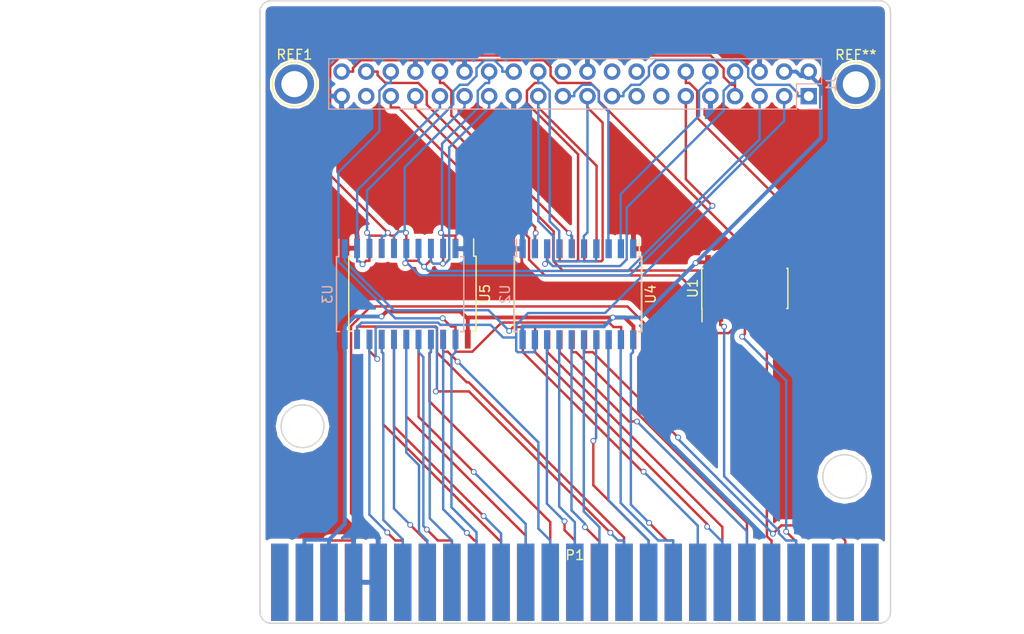
<source format=kicad_pcb>
(kicad_pcb (version 4) (host pcbnew 4.0.7)

  (general
    (links 100)
    (no_connects 7)
    (area 124.867599 49.620099 190.155901 114.133701)
    (thickness 1.6)
    (drawings 10)
    (tracks 554)
    (zones 0)
    (modules 9)
    (nets 81)
  )

  (page A4)
  (layers
    (0 F.Cu mixed)
    (31 B.Cu mixed)
    (32 B.Adhes user)
    (33 F.Adhes user)
    (34 B.Paste user)
    (35 F.Paste user)
    (36 B.SilkS user)
    (37 F.SilkS user)
    (38 B.Mask user)
    (39 F.Mask user)
    (40 Dwgs.User user)
    (41 Cmts.User user)
    (42 Eco1.User user)
    (43 Eco2.User user)
    (44 Edge.Cuts user)
    (45 Margin user)
    (46 B.CrtYd user)
    (47 F.CrtYd user)
    (48 B.Fab user)
    (49 F.Fab user)
  )

  (setup
    (last_trace_width 0.25)
    (trace_clearance 0.2)
    (zone_clearance 0.508)
    (zone_45_only yes)
    (trace_min 0.2)
    (segment_width 0.2)
    (edge_width 0.15)
    (via_size 0.6)
    (via_drill 0.4)
    (via_min_size 0.4)
    (via_min_drill 0.3)
    (uvia_size 0.3)
    (uvia_drill 0.1)
    (uvias_allowed no)
    (uvia_min_size 0.2)
    (uvia_min_drill 0.1)
    (pcb_text_width 0.3)
    (pcb_text_size 1.5 1.5)
    (mod_edge_width 0.15)
    (mod_text_size 1 1)
    (mod_text_width 0.15)
    (pad_size 4.064 4.064)
    (pad_drill 2.7)
    (pad_to_mask_clearance 0.2)
    (aux_axis_origin 0 0)
    (visible_elements 7FFFFFFF)
    (pcbplotparams
      (layerselection 0x00030_80000001)
      (usegerberextensions false)
      (excludeedgelayer true)
      (linewidth 0.100000)
      (plotframeref false)
      (viasonmask false)
      (mode 1)
      (useauxorigin false)
      (hpglpennumber 1)
      (hpglpenspeed 20)
      (hpglpendiameter 15)
      (hpglpenoverlay 2)
      (psnegative false)
      (psa4output false)
      (plotreference true)
      (plotvalue true)
      (plotinvisibletext false)
      (padsonsilk false)
      (subtractmaskfromsilk false)
      (outputformat 1)
      (mirror false)
      (drillshape 0)
      (scaleselection 1)
      (outputdirectory ""))
  )

  (net 0 "")
  (net 1 GND)
  (net 2 +5V)
  (net 3 /RD3)
  (net 4 /RD4)
  (net 5 /RD6)
  (net 6 /RD7)
  (net 7 /RD0)
  (net 8 /RCLK)
  (net 9 /RD1)
  (net 10 /RD2)
  (net 11 /RD5)
  (net 12 /WAIT)
  (net 13 /INT)
  (net 14 /BUSDIR)
  (net 15 /IORQ)
  (net 16 /MREQ)
  (net 17 /WR)
  (net 18 /RD)
  (net 19 /RESET)
  (net 20 /A9)
  (net 21 /A15)
  (net 22 /A11)
  (net 23 /A10)
  (net 24 /A7)
  (net 25 /A6)
  (net 26 /A12)
  (net 27 /A8)
  (net 28 /A14)
  (net 29 /A13)
  (net 30 /A1)
  (net 31 /A0)
  (net 32 /A3)
  (net 33 /A2)
  (net 34 /A5)
  (net 35 /A4)
  (net 36 /D1)
  (net 37 /D0)
  (net 38 /D3)
  (net 39 /D2)
  (net 40 /D5)
  (net 41 /D4)
  (net 42 /D7)
  (net 43 /D6)
  (net 44 /CLK)
  (net 45 +3V3)
  (net 46 /RINT)
  (net 47 /RWAIT)
  (net 48 "Net-(P1-Pad5)")
  (net 49 "Net-(P1-Pad16)")
  (net 50 /RA8)
  (net 51 /RA10)
  (net 52 /RA11)
  (net 53 /RA15)
  (net 54 /LE_A)
  (net 55 /LE_B)
  (net 56 /RA12)
  (net 57 /RA9)
  (net 58 /RA13)
  (net 59 /RA14)
  (net 60 /RBUSDIR)
  (net 61 "Net-(J1-Pad13)")
  (net 62 "Net-(J1-Pad15)")
  (net 63 "Net-(J1-Pad16)")
  (net 64 "Net-(J1-Pad18)")
  (net 65 "Net-(J1-Pad22)")
  (net 66 "Net-(J1-Pad37)")
  (net 67 "Net-(P1-Pad1)")
  (net 68 "Net-(P1-Pad2)")
  (net 69 "Net-(P1-Pad3)")
  (net 70 /SLTSL)
  (net 71 "Net-(P1-Pad6)")
  (net 72 "Net-(P1-Pad9)")
  (net 73 "Net-(P1-Pad44)")
  (net 74 "Net-(P1-Pad48)")
  (net 75 "Net-(P1-Pad49)")
  (net 76 "Net-(P1-Pad50)")
  (net 77 "Net-(U4-Pad2)")
  (net 78 "Net-(U4-Pad3)")
  (net 79 "Net-(U4-Pad17)")
  (net 80 "Net-(U4-Pad18)")

  (net_class Default "This is the default net class."
    (clearance 0.2)
    (trace_width 0.25)
    (via_dia 0.6)
    (via_drill 0.4)
    (uvia_dia 0.3)
    (uvia_drill 0.1)
    (add_net +3V3)
    (add_net /A0)
    (add_net /A1)
    (add_net /A10)
    (add_net /A11)
    (add_net /A12)
    (add_net /A13)
    (add_net /A14)
    (add_net /A15)
    (add_net /A2)
    (add_net /A3)
    (add_net /A4)
    (add_net /A5)
    (add_net /A6)
    (add_net /A7)
    (add_net /A8)
    (add_net /A9)
    (add_net /BUSDIR)
    (add_net /CLK)
    (add_net /D0)
    (add_net /D1)
    (add_net /D2)
    (add_net /D3)
    (add_net /D4)
    (add_net /D5)
    (add_net /D6)
    (add_net /D7)
    (add_net /INT)
    (add_net /IORQ)
    (add_net /LE_A)
    (add_net /LE_B)
    (add_net /MREQ)
    (add_net /RA10)
    (add_net /RA11)
    (add_net /RA12)
    (add_net /RA13)
    (add_net /RA14)
    (add_net /RA15)
    (add_net /RA8)
    (add_net /RA9)
    (add_net /RBUSDIR)
    (add_net /RCLK)
    (add_net /RD)
    (add_net /RD0)
    (add_net /RD1)
    (add_net /RD2)
    (add_net /RD3)
    (add_net /RD4)
    (add_net /RD5)
    (add_net /RD6)
    (add_net /RD7)
    (add_net /RESET)
    (add_net /RINT)
    (add_net /RWAIT)
    (add_net /SLTSL)
    (add_net /WAIT)
    (add_net /WR)
    (add_net GND)
    (add_net "Net-(J1-Pad13)")
    (add_net "Net-(J1-Pad15)")
    (add_net "Net-(J1-Pad16)")
    (add_net "Net-(J1-Pad18)")
    (add_net "Net-(J1-Pad22)")
    (add_net "Net-(J1-Pad37)")
    (add_net "Net-(P1-Pad1)")
    (add_net "Net-(P1-Pad16)")
    (add_net "Net-(P1-Pad2)")
    (add_net "Net-(P1-Pad3)")
    (add_net "Net-(P1-Pad44)")
    (add_net "Net-(P1-Pad48)")
    (add_net "Net-(P1-Pad49)")
    (add_net "Net-(P1-Pad5)")
    (add_net "Net-(P1-Pad50)")
    (add_net "Net-(P1-Pad6)")
    (add_net "Net-(P1-Pad9)")
    (add_net "Net-(U4-Pad17)")
    (add_net "Net-(U4-Pad18)")
    (add_net "Net-(U4-Pad2)")
    (add_net "Net-(U4-Pad3)")
  )

  (net_class 5V ""
    (clearance 0.2)
    (trace_width 0.4)
    (via_dia 0.6)
    (via_drill 0.4)
    (uvia_dia 0.3)
    (uvia_drill 0.1)
    (add_net +5V)
  )

  (module Connectors:1pin (layer F.Cu) (tedit 5A5A2F5C) (tstamp 5A452CBD)
    (at 128.499 58.3184)
    (descr "module 1 pin (ou trou mecanique de percage)")
    (tags DEV)
    (fp_text reference REF1 (at 0 -3.048) (layer F.SilkS)
      (effects (font (size 1 1) (thickness 0.15)))
    )
    (fp_text value 1pin (at 0 3) (layer F.Fab)
      (effects (font (size 1 1) (thickness 0.15)))
    )
    (fp_circle (center 0 0) (end 2 0.8) (layer F.Fab) (width 0.1))
    (fp_circle (center 0 0) (end 2.6 0) (layer F.CrtYd) (width 0.05))
    (fp_circle (center 0 0) (end 0 -2.286) (layer F.SilkS) (width 0.12))
    (pad 1 thru_hole circle (at 0 0) (size 4.064 4.064) (drill 2.7) (layers *.Cu *.Mask))
  )

  (module Pin_Headers:Pin_Header_Straight_2x20_Pitch2.54mm (layer B.Cu) (tedit 59650533) (tstamp 5A44D104)
    (at 181.635 59.563 90)
    (descr "Through hole straight pin header, 2x20, 2.54mm pitch, double rows")
    (tags "Through hole pin header THT 2x20 2.54mm double row")
    (path /5A3E97D7)
    (fp_text reference J1 (at 1.27 2.33 90) (layer B.SilkS)
      (effects (font (size 1 1) (thickness 0.15)) (justify mirror))
    )
    (fp_text value RPi_GPIO (at 1.27 -50.59 90) (layer B.Fab)
      (effects (font (size 1 1) (thickness 0.15)) (justify mirror))
    )
    (fp_line (start 0 1.27) (end 3.81 1.27) (layer B.Fab) (width 0.1))
    (fp_line (start 3.81 1.27) (end 3.81 -49.53) (layer B.Fab) (width 0.1))
    (fp_line (start 3.81 -49.53) (end -1.27 -49.53) (layer B.Fab) (width 0.1))
    (fp_line (start -1.27 -49.53) (end -1.27 0) (layer B.Fab) (width 0.1))
    (fp_line (start -1.27 0) (end 0 1.27) (layer B.Fab) (width 0.1))
    (fp_line (start -1.33 -49.59) (end 3.87 -49.59) (layer B.SilkS) (width 0.12))
    (fp_line (start -1.33 -1.27) (end -1.33 -49.59) (layer B.SilkS) (width 0.12))
    (fp_line (start 3.87 1.33) (end 3.87 -49.59) (layer B.SilkS) (width 0.12))
    (fp_line (start -1.33 -1.27) (end 1.27 -1.27) (layer B.SilkS) (width 0.12))
    (fp_line (start 1.27 -1.27) (end 1.27 1.33) (layer B.SilkS) (width 0.12))
    (fp_line (start 1.27 1.33) (end 3.87 1.33) (layer B.SilkS) (width 0.12))
    (fp_line (start -1.33 0) (end -1.33 1.33) (layer B.SilkS) (width 0.12))
    (fp_line (start -1.33 1.33) (end 0 1.33) (layer B.SilkS) (width 0.12))
    (fp_line (start -1.8 1.8) (end -1.8 -50.05) (layer B.CrtYd) (width 0.05))
    (fp_line (start -1.8 -50.05) (end 4.35 -50.05) (layer B.CrtYd) (width 0.05))
    (fp_line (start 4.35 -50.05) (end 4.35 1.8) (layer B.CrtYd) (width 0.05))
    (fp_line (start 4.35 1.8) (end -1.8 1.8) (layer B.CrtYd) (width 0.05))
    (fp_text user %R (at 1.27 -24.13 360) (layer B.Fab)
      (effects (font (size 1 1) (thickness 0.15)) (justify mirror))
    )
    (pad 1 thru_hole rect (at 0 0 90) (size 1.7 1.7) (drill 1) (layers *.Cu *.Mask)
      (net 45 +3V3))
    (pad 2 thru_hole oval (at 2.54 0 90) (size 1.7 1.7) (drill 1) (layers *.Cu *.Mask)
      (net 2 +5V))
    (pad 3 thru_hole oval (at 0 -2.54 90) (size 1.7 1.7) (drill 1) (layers *.Cu *.Mask)
      (net 10 /RD2))
    (pad 4 thru_hole oval (at 2.54 -2.54 90) (size 1.7 1.7) (drill 1) (layers *.Cu *.Mask)
      (net 2 +5V))
    (pad 5 thru_hole oval (at 0 -5.08 90) (size 1.7 1.7) (drill 1) (layers *.Cu *.Mask)
      (net 3 /RD3))
    (pad 6 thru_hole oval (at 2.54 -5.08 90) (size 1.7 1.7) (drill 1) (layers *.Cu *.Mask)
      (net 1 GND))
    (pad 7 thru_hole oval (at 0 -7.62 90) (size 1.7 1.7) (drill 1) (layers *.Cu *.Mask)
      (net 4 /RD4))
    (pad 8 thru_hole oval (at 2.54 -7.62 90) (size 1.7 1.7) (drill 1) (layers *.Cu *.Mask)
      (net 59 /RA14))
    (pad 9 thru_hole oval (at 0 -10.16 90) (size 1.7 1.7) (drill 1) (layers *.Cu *.Mask)
      (net 1 GND))
    (pad 10 thru_hole oval (at 2.54 -10.16 90) (size 1.7 1.7) (drill 1) (layers *.Cu *.Mask)
      (net 53 /RA15))
    (pad 11 thru_hole oval (at 0 -12.7 90) (size 1.7 1.7) (drill 1) (layers *.Cu *.Mask)
      (net 55 /LE_B))
    (pad 12 thru_hole oval (at 2.54 -12.7 90) (size 1.7 1.7) (drill 1) (layers *.Cu *.Mask)
      (net 60 /RBUSDIR))
    (pad 13 thru_hole oval (at 0 -15.24 90) (size 1.7 1.7) (drill 1) (layers *.Cu *.Mask)
      (net 61 "Net-(J1-Pad13)"))
    (pad 14 thru_hole oval (at 2.54 -15.24 90) (size 1.7 1.7) (drill 1) (layers *.Cu *.Mask)
      (net 1 GND))
    (pad 15 thru_hole oval (at 0 -17.78 90) (size 1.7 1.7) (drill 1) (layers *.Cu *.Mask)
      (net 62 "Net-(J1-Pad15)"))
    (pad 16 thru_hole oval (at 2.54 -17.78 90) (size 1.7 1.7) (drill 1) (layers *.Cu *.Mask)
      (net 63 "Net-(J1-Pad16)"))
    (pad 17 thru_hole oval (at 0 -20.32 90) (size 1.7 1.7) (drill 1) (layers *.Cu *.Mask)
      (net 45 +3V3))
    (pad 18 thru_hole oval (at 2.54 -20.32 90) (size 1.7 1.7) (drill 1) (layers *.Cu *.Mask)
      (net 64 "Net-(J1-Pad18)"))
    (pad 19 thru_hole oval (at 0 -22.86 90) (size 1.7 1.7) (drill 1) (layers *.Cu *.Mask)
      (net 51 /RA10))
    (pad 20 thru_hole oval (at 2.54 -22.86 90) (size 1.7 1.7) (drill 1) (layers *.Cu *.Mask)
      (net 1 GND))
    (pad 21 thru_hole oval (at 0 -25.4 90) (size 1.7 1.7) (drill 1) (layers *.Cu *.Mask)
      (net 57 /RA9))
    (pad 22 thru_hole oval (at 2.54 -25.4 90) (size 1.7 1.7) (drill 1) (layers *.Cu *.Mask)
      (net 65 "Net-(J1-Pad22)"))
    (pad 23 thru_hole oval (at 0 -27.94 90) (size 1.7 1.7) (drill 1) (layers *.Cu *.Mask)
      (net 52 /RA11))
    (pad 24 thru_hole oval (at 2.54 -27.94 90) (size 1.7 1.7) (drill 1) (layers *.Cu *.Mask)
      (net 50 /RA8))
    (pad 25 thru_hole oval (at 0 -30.48 90) (size 1.7 1.7) (drill 1) (layers *.Cu *.Mask)
      (net 1 GND))
    (pad 26 thru_hole oval (at 2.54 -30.48 90) (size 1.7 1.7) (drill 1) (layers *.Cu *.Mask)
      (net 6 /RD7))
    (pad 27 thru_hole oval (at 0 -33.02 90) (size 1.7 1.7) (drill 1) (layers *.Cu *.Mask)
      (net 7 /RD0))
    (pad 28 thru_hole oval (at 2.54 -33.02 90) (size 1.7 1.7) (drill 1) (layers *.Cu *.Mask)
      (net 9 /RD1))
    (pad 29 thru_hole oval (at 0 -35.56 90) (size 1.7 1.7) (drill 1) (layers *.Cu *.Mask)
      (net 11 /RD5))
    (pad 30 thru_hole oval (at 2.54 -35.56 90) (size 1.7 1.7) (drill 1) (layers *.Cu *.Mask)
      (net 1 GND))
    (pad 31 thru_hole oval (at 0 -38.1 90) (size 1.7 1.7) (drill 1) (layers *.Cu *.Mask)
      (net 5 /RD6))
    (pad 32 thru_hole oval (at 2.54 -38.1 90) (size 1.7 1.7) (drill 1) (layers *.Cu *.Mask)
      (net 56 /RA12))
    (pad 33 thru_hole oval (at 0 -40.64 90) (size 1.7 1.7) (drill 1) (layers *.Cu *.Mask)
      (net 58 /RA13))
    (pad 34 thru_hole oval (at 2.54 -40.64 90) (size 1.7 1.7) (drill 1) (layers *.Cu *.Mask)
      (net 1 GND))
    (pad 35 thru_hole oval (at 0 -43.18 90) (size 1.7 1.7) (drill 1) (layers *.Cu *.Mask)
      (net 47 /RWAIT))
    (pad 36 thru_hole oval (at 2.54 -43.18 90) (size 1.7 1.7) (drill 1) (layers *.Cu *.Mask)
      (net 54 /LE_A))
    (pad 37 thru_hole oval (at 0 -45.72 90) (size 1.7 1.7) (drill 1) (layers *.Cu *.Mask)
      (net 66 "Net-(J1-Pad37)"))
    (pad 38 thru_hole oval (at 2.54 -45.72 90) (size 1.7 1.7) (drill 1) (layers *.Cu *.Mask)
      (net 46 /RINT))
    (pad 39 thru_hole oval (at 0 -48.26 90) (size 1.7 1.7) (drill 1) (layers *.Cu *.Mask)
      (net 1 GND))
    (pad 40 thru_hole oval (at 2.54 -48.26 90) (size 1.7 1.7) (drill 1) (layers *.Cu *.Mask)
      (net 8 /RCLK))
    (model ${KISYS3DMOD}/Pin_Headers.3dshapes/Pin_Header_Straight_2x20_Pitch2.54mm.wrl
      (at (xyz 0 0 0))
      (scale (xyz 1 1 1))
      (rotate (xyz 0 0 0))
    )
  )

  (module MSX:card_edge_connector (layer F.Cu) (tedit 57416394) (tstamp 5A44D15A)
    (at 156.21 106.68)
    (path /5A3E9812)
    (fp_text reference P1 (at 1.25984 0.33744) (layer F.SilkS)
      (effects (font (size 1 1) (thickness 0.15)))
    )
    (fp_text value CONN_02X25 (at 1.25984 -0.66256) (layer F.Fab)
      (effects (font (size 1 1) (thickness 0.15)))
    )
    (fp_arc (start -30.268375 7.356852) (end -31.268375 7.356852) (angle -90.00000001) (layer Dwgs.User) (width 0.1))
    (fp_arc (start 32.846865 7.356852) (end 32.846865 8.356852) (angle -90) (layer Dwgs.User) (width 0.1))
    (fp_circle (center -26.873455 -12.985388) (end -25.523455 -12.985388) (layer Dwgs.User) (width 0.1))
    (fp_circle (center 29.126545 -7.785388) (end 30.476545 -7.785388) (layer Dwgs.User) (width 0.1))
    (fp_circle (center -26.873455 -12.985388) (end -24.623455 -12.985388) (layer Dwgs.User) (width 0.1))
    (fp_circle (center 29.126545 -7.785388) (end 31.376545 -7.785388) (layer Dwgs.User) (width 0.1))
    (fp_line (start 47.626545 -2.785388) (end 47.626545 -56.985388) (layer Dwgs.User) (width 0.1))
    (fp_line (start 33.836705 7.262872) (end 33.836705 -2.737128) (layer Dwgs.User) (width 0.1))
    (fp_line (start 47.626545 -56.985388) (end -55.073455 -56.985388) (layer Dwgs.User) (width 0.1))
    (fp_line (start -55.073455 -13.785388) (end -43.573455 -13.785388) (layer Dwgs.User) (width 0.1))
    (fp_line (start 33.826545 -2.785388) (end 47.626545 -2.785388) (layer Dwgs.User) (width 0.1))
    (fp_line (start -43.573455 -2.785388) (end -31.273455 -2.785388) (layer Dwgs.User) (width 0.1))
    (fp_line (start -31.268375 -2.724428) (end -31.268375 7.275572) (layer Dwgs.User) (width 0.1))
    (fp_line (start -30.253135 8.356852) (end 32.846865 8.356852) (layer Dwgs.User) (width 0.1))
    (fp_line (start -43.573455 -13.785388) (end -43.573455 -2.785388) (layer Dwgs.User) (width 0.1))
    (fp_line (start -55.073455 -56.985388) (end -55.073455 -13.785388) (layer Dwgs.User) (width 0.1))
    (fp_line (start -55.073455 -56.985388) (end -55.073455 -13.785388) (layer Dwgs.User) (width 0.1))
    (fp_line (start -43.573455 -13.785388) (end -43.573455 -2.785388) (layer Dwgs.User) (width 0.1))
    (fp_line (start -30.253135 8.356852) (end 32.846865 8.356852) (layer Dwgs.User) (width 0.1))
    (fp_line (start -31.273455 -2.785388) (end -31.273455 7.214612) (layer Dwgs.User) (width 0.1))
    (fp_line (start -43.573455 -2.785388) (end -31.273455 -2.785388) (layer Dwgs.User) (width 0.1))
    (fp_line (start 33.826545 -2.785388) (end 47.626545 -2.785388) (layer Dwgs.User) (width 0.1))
    (fp_line (start -55.073455 -13.785388) (end -43.573455 -13.785388) (layer Dwgs.User) (width 0.1))
    (fp_line (start 47.626545 -56.985388) (end -55.073455 -56.985388) (layer Dwgs.User) (width 0.1))
    (fp_line (start 47.626545 -2.785388) (end 47.626545 -56.985388) (layer Dwgs.User) (width 0.1))
    (fp_circle (center 29.126545 -7.785388) (end 31.376545 -7.785388) (layer Dwgs.User) (width 0.1))
    (fp_circle (center -26.873455 -12.985388) (end -24.623455 -12.985388) (layer Dwgs.User) (width 0.1))
    (fp_circle (center 29.126545 -7.785388) (end 30.476545 -7.785388) (layer Dwgs.User) (width 0.1))
    (fp_circle (center -26.873455 -12.985388) (end -25.523455 -12.985388) (layer Dwgs.User) (width 0.1))
    (fp_arc (start 32.846865 7.356852) (end 32.846865 8.356852) (angle -90) (layer Dwgs.User) (width 0.1))
    (pad "" np_thru_hole circle (at 29.12364 -7.78256) (size 2.54 2.54) (drill 2.54) (layers *.Cu *.Mask F.SilkS)
      (clearance 1))
    (pad 1 connect rect (at 31.73984 3.14744) (size 1.8 8) (layers B.Cu B.Mask)
      (net 67 "Net-(P1-Pad1)"))
    (pad 2 connect rect (at 31.73984 3.14744) (size 1.8 8) (layers F.Cu F.Mask)
      (net 68 "Net-(P1-Pad2)"))
    (pad 3 connect rect (at 29.19984 3.14744) (size 1.8 8) (layers B.Cu B.Mask)
      (net 69 "Net-(P1-Pad3)"))
    (pad 4 connect rect (at 29.19984 3.14744) (size 1.8 8) (layers F.Cu F.Mask)
      (net 70 /SLTSL))
    (pad 5 connect rect (at 26.65984 3.14744) (size 1.8 8) (layers B.Cu B.Mask)
      (net 48 "Net-(P1-Pad5)"))
    (pad 6 connect rect (at 26.65984 3.14744) (size 1.8 8) (layers F.Cu F.Mask)
      (net 71 "Net-(P1-Pad6)"))
    (pad 7 connect rect (at 24.11984 3.14744) (size 1.8 8) (layers B.Cu B.Mask)
      (net 12 /WAIT))
    (pad 8 connect rect (at 24.11984 3.14744) (size 1.8 8) (layers F.Cu F.Mask)
      (net 13 /INT))
    (pad 9 connect rect (at 21.57984 3.14744) (size 1.8 8) (layers B.Cu B.Mask)
      (net 72 "Net-(P1-Pad9)"))
    (pad 10 connect rect (at 21.57984 3.14744) (size 1.8 8) (layers F.Cu F.Mask)
      (net 14 /BUSDIR))
    (pad 11 connect rect (at 19.03984 3.14744) (size 1.8 8) (layers B.Cu B.Mask)
      (net 15 /IORQ))
    (pad 12 connect rect (at 19.03984 3.14744) (size 1.8 8) (layers F.Cu F.Mask)
      (net 16 /MREQ))
    (pad 13 connect rect (at 16.49984 3.14744) (size 1.8 8) (layers B.Cu B.Mask)
      (net 17 /WR))
    (pad 14 connect rect (at 16.49984 3.14744) (size 1.8 8) (layers F.Cu F.Mask)
      (net 18 /RD))
    (pad 15 connect rect (at 13.95984 3.14744) (size 1.8 8) (layers B.Cu B.Mask)
      (net 19 /RESET))
    (pad 16 connect rect (at 13.95984 3.14744) (size 1.8 8) (layers F.Cu F.Mask)
      (net 49 "Net-(P1-Pad16)"))
    (pad 17 connect rect (at 11.41984 3.14744) (size 1.8 8) (layers B.Cu B.Mask)
      (net 20 /A9))
    (pad 18 connect rect (at 11.41984 3.14744) (size 1.8 8) (layers F.Cu F.Mask)
      (net 21 /A15))
    (pad 19 connect rect (at 8.87984 3.14744) (size 1.8 8) (layers B.Cu B.Mask)
      (net 22 /A11))
    (pad 20 connect rect (at 8.87984 3.14744) (size 1.8 8) (layers F.Cu F.Mask)
      (net 23 /A10))
    (pad 21 connect rect (at 6.33984 3.14744) (size 1.8 8) (layers B.Cu B.Mask)
      (net 24 /A7))
    (pad 22 connect rect (at 6.33984 3.14744) (size 1.8 8) (layers F.Cu F.Mask)
      (net 25 /A6))
    (pad 23 connect rect (at 3.79984 3.14744) (size 1.8 8) (layers B.Cu B.Mask)
      (net 26 /A12))
    (pad 24 connect rect (at 3.79984 3.14744) (size 1.8 8) (layers F.Cu F.Mask)
      (net 27 /A8))
    (pad 25 connect rect (at 1.25984 3.14744) (size 1.8 8) (layers B.Cu B.Mask)
      (net 28 /A14))
    (pad 26 connect rect (at 1.25984 3.14744) (size 1.8 8) (layers F.Cu F.Mask)
      (net 29 /A13))
    (pad 27 connect rect (at -1.28016 3.14744) (size 1.8 8) (layers B.Cu B.Mask)
      (net 30 /A1))
    (pad 28 connect rect (at -1.28016 3.14744) (size 1.8 8) (layers F.Cu F.Mask)
      (net 31 /A0))
    (pad 29 connect rect (at -3.82016 3.14744) (size 1.8 8) (layers B.Cu B.Mask)
      (net 32 /A3))
    (pad 30 connect rect (at -3.82016 3.14744) (size 1.8 8) (layers F.Cu F.Mask)
      (net 33 /A2))
    (pad 31 connect rect (at -6.36016 3.14744) (size 1.8 8) (layers B.Cu B.Mask)
      (net 34 /A5))
    (pad 32 connect rect (at -6.36016 3.14744) (size 1.8 8) (layers F.Cu F.Mask)
      (net 35 /A4))
    (pad 33 connect rect (at -8.90016 3.14744) (size 1.8 8) (layers B.Cu B.Mask)
      (net 36 /D1))
    (pad 34 connect rect (at -8.90016 3.14744) (size 1.8 8) (layers F.Cu F.Mask)
      (net 37 /D0))
    (pad 35 connect rect (at -11.44016 3.14744) (size 1.8 8) (layers B.Cu B.Mask)
      (net 38 /D3))
    (pad 36 connect rect (at -11.44016 3.14744) (size 1.8 8) (layers F.Cu F.Mask)
      (net 39 /D2))
    (pad 37 connect rect (at -13.98016 3.14744) (size 1.8 8) (layers B.Cu B.Mask)
      (net 40 /D5))
    (pad 38 connect rect (at -13.98016 3.14744) (size 1.8 8) (layers F.Cu F.Mask)
      (net 41 /D4))
    (pad 39 connect rect (at -16.52016 3.14744) (size 1.8 8) (layers B.Cu B.Mask)
      (net 42 /D7))
    (pad 40 connect rect (at -16.52016 3.14744) (size 1.8 8) (layers F.Cu F.Mask)
      (net 43 /D6))
    (pad 41 connect rect (at -19.06016 3.14744) (size 1.8 8) (layers B.Cu B.Mask)
      (net 1 GND))
    (pad 42 connect rect (at -19.06016 3.14744) (size 1.8 8) (layers F.Cu F.Mask)
      (net 44 /CLK))
    (pad 43 connect rect (at -21.60016 3.14744) (size 1.8 8) (layers B.Cu B.Mask)
      (net 1 GND))
    (pad 44 connect rect (at -21.60524 2.65468) (size 1.8 7) (layers F.Cu F.Mask)
      (net 73 "Net-(P1-Pad44)"))
    (pad 45 connect rect (at -24.14016 3.14744) (size 1.8 8) (layers B.Cu B.Mask)
      (net 2 +5V))
    (pad 46 connect rect (at -24.14016 3.14744) (size 1.8 8) (layers F.Cu F.Mask)
      (net 73 "Net-(P1-Pad44)"))
    (pad 47 connect rect (at -26.68016 3.14744) (size 1.8 8) (layers B.Cu B.Mask)
      (net 2 +5V))
    (pad 48 connect rect (at -26.68016 3.14744) (size 1.8 8) (layers F.Cu F.Mask)
      (net 74 "Net-(P1-Pad48)"))
    (pad 49 connect rect (at -29.22016 3.14744) (size 1.8 8) (layers B.Cu B.Mask)
      (net 75 "Net-(P1-Pad49)"))
    (pad 50 connect rect (at -29.22016 3.14744) (size 1.8 8) (layers F.Cu F.Mask)
      (net 76 "Net-(P1-Pad50)"))
    (pad "" np_thru_hole circle (at -26.87574 -12.98448) (size 2.54 2.54) (drill 2.54) (layers *.Cu *.Mask F.SilkS)
      (clearance 1))
  )

  (module Housings_SOIC:SOIC-20W_7.5x12.8mm_Pitch1.27mm (layer B.Cu) (tedit 58CC8F64) (tstamp 5A452E7B)
    (at 157.759 80.0354 270)
    (descr "20-Lead Plastic Small Outline (SO) - Wide, 7.50 mm Body [SOIC] (see Microchip Packaging Specification 00000049BS.pdf)")
    (tags "SOIC 1.27")
    (path /5A44D22E)
    (attr smd)
    (fp_text reference U2 (at 0 7.5 270) (layer B.SilkS)
      (effects (font (size 1 1) (thickness 0.15)) (justify mirror))
    )
    (fp_text value 74LS245 (at 0 -7.5 270) (layer B.Fab)
      (effects (font (size 1 1) (thickness 0.15)) (justify mirror))
    )
    (fp_text user %R (at 0 -0.254 270) (layer B.Fab)
      (effects (font (size 1 1) (thickness 0.15)) (justify mirror))
    )
    (fp_line (start -2.75 6.4) (end 3.75 6.4) (layer B.Fab) (width 0.15))
    (fp_line (start 3.75 6.4) (end 3.75 -6.4) (layer B.Fab) (width 0.15))
    (fp_line (start 3.75 -6.4) (end -3.75 -6.4) (layer B.Fab) (width 0.15))
    (fp_line (start -3.75 -6.4) (end -3.75 5.4) (layer B.Fab) (width 0.15))
    (fp_line (start -3.75 5.4) (end -2.75 6.4) (layer B.Fab) (width 0.15))
    (fp_line (start -5.95 6.75) (end -5.95 -6.75) (layer B.CrtYd) (width 0.05))
    (fp_line (start 5.95 6.75) (end 5.95 -6.75) (layer B.CrtYd) (width 0.05))
    (fp_line (start -5.95 6.75) (end 5.95 6.75) (layer B.CrtYd) (width 0.05))
    (fp_line (start -5.95 -6.75) (end 5.95 -6.75) (layer B.CrtYd) (width 0.05))
    (fp_line (start -3.875 6.575) (end -3.875 6.325) (layer B.SilkS) (width 0.15))
    (fp_line (start 3.875 6.575) (end 3.875 6.24) (layer B.SilkS) (width 0.15))
    (fp_line (start 3.875 -6.575) (end 3.875 -6.24) (layer B.SilkS) (width 0.15))
    (fp_line (start -3.875 -6.575) (end -3.875 -6.24) (layer B.SilkS) (width 0.15))
    (fp_line (start -3.875 6.575) (end 3.875 6.575) (layer B.SilkS) (width 0.15))
    (fp_line (start -3.875 -6.575) (end 3.875 -6.575) (layer B.SilkS) (width 0.15))
    (fp_line (start -3.875 6.325) (end -5.675 6.325) (layer B.SilkS) (width 0.15))
    (pad 1 smd rect (at -4.7 5.715 270) (size 1.95 0.6) (layers B.Cu B.Paste B.Mask)
      (net 1 GND))
    (pad 2 smd rect (at -4.7 4.445 270) (size 1.95 0.6) (layers B.Cu B.Paste B.Mask)
      (net 58 /RA13))
    (pad 3 smd rect (at -4.7 3.175 270) (size 1.95 0.6) (layers B.Cu B.Paste B.Mask)
      (net 59 /RA14))
    (pad 4 smd rect (at -4.7 1.905 270) (size 1.95 0.6) (layers B.Cu B.Paste B.Mask)
      (net 50 /RA8))
    (pad 5 smd rect (at -4.7 0.635 270) (size 1.95 0.6) (layers B.Cu B.Paste B.Mask)
      (net 56 /RA12))
    (pad 6 smd rect (at -4.7 -0.635 270) (size 1.95 0.6) (layers B.Cu B.Paste B.Mask)
      (net 51 /RA10))
    (pad 7 smd rect (at -4.7 -1.905 270) (size 1.95 0.6) (layers B.Cu B.Paste B.Mask)
      (net 52 /RA11))
    (pad 8 smd rect (at -4.7 -3.175 270) (size 1.95 0.6) (layers B.Cu B.Paste B.Mask)
      (net 57 /RA9))
    (pad 9 smd rect (at -4.7 -4.445 270) (size 1.95 0.6) (layers B.Cu B.Paste B.Mask)
      (net 53 /RA15))
    (pad 10 smd rect (at -4.7 -5.715 270) (size 1.95 0.6) (layers B.Cu B.Paste B.Mask)
      (net 1 GND))
    (pad 11 smd rect (at 4.7 -5.715 270) (size 1.95 0.6) (layers B.Cu B.Paste B.Mask)
      (net 21 /A15))
    (pad 12 smd rect (at 4.7 -4.445 270) (size 1.95 0.6) (layers B.Cu B.Paste B.Mask)
      (net 20 /A9))
    (pad 13 smd rect (at 4.7 -3.175 270) (size 1.95 0.6) (layers B.Cu B.Paste B.Mask)
      (net 22 /A11))
    (pad 14 smd rect (at 4.7 -1.905 270) (size 1.95 0.6) (layers B.Cu B.Paste B.Mask)
      (net 23 /A10))
    (pad 15 smd rect (at 4.7 -0.635 270) (size 1.95 0.6) (layers B.Cu B.Paste B.Mask)
      (net 26 /A12))
    (pad 16 smd rect (at 4.7 0.635 270) (size 1.95 0.6) (layers B.Cu B.Paste B.Mask)
      (net 27 /A8))
    (pad 17 smd rect (at 4.7 1.905 270) (size 1.95 0.6) (layers B.Cu B.Paste B.Mask)
      (net 28 /A14))
    (pad 18 smd rect (at 4.7 3.175 270) (size 1.95 0.6) (layers B.Cu B.Paste B.Mask)
      (net 29 /A13))
    (pad 19 smd rect (at 4.7 4.445 270) (size 1.95 0.6) (layers B.Cu B.Paste B.Mask)
      (net 55 /LE_B))
    (pad 20 smd rect (at 4.7 5.715 270) (size 1.95 0.6) (layers B.Cu B.Paste B.Mask)
      (net 2 +5V))
    (model ${KISYS3DMOD}/Housings_SOIC.3dshapes/SOIC-20W_7.5x12.8mm_Pitch1.27mm.wrl
      (at (xyz 0 0 0))
      (scale (xyz 1 1 1))
      (rotate (xyz 0 0 0))
    )
  )

  (module Housings_SOIC:SOIC-20W_7.5x12.8mm_Pitch1.27mm (layer B.Cu) (tedit 58CC8F64) (tstamp 5A452EA4)
    (at 139.421 80.0354 270)
    (descr "20-Lead Plastic Small Outline (SO) - Wide, 7.50 mm Body [SOIC] (see Microchip Packaging Specification 00000049BS.pdf)")
    (tags "SOIC 1.27")
    (path /5A3E9A23)
    (attr smd)
    (fp_text reference U3 (at 0 7.5 270) (layer B.SilkS)
      (effects (font (size 1 1) (thickness 0.15)) (justify mirror))
    )
    (fp_text value 74LS245 (at 0 -7.5 270) (layer B.Fab)
      (effects (font (size 1 1) (thickness 0.15)) (justify mirror))
    )
    (fp_text user %R (at 0 0 270) (layer B.Fab)
      (effects (font (size 1 1) (thickness 0.15)) (justify mirror))
    )
    (fp_line (start -2.75 6.4) (end 3.75 6.4) (layer B.Fab) (width 0.15))
    (fp_line (start 3.75 6.4) (end 3.75 -6.4) (layer B.Fab) (width 0.15))
    (fp_line (start 3.75 -6.4) (end -3.75 -6.4) (layer B.Fab) (width 0.15))
    (fp_line (start -3.75 -6.4) (end -3.75 5.4) (layer B.Fab) (width 0.15))
    (fp_line (start -3.75 5.4) (end -2.75 6.4) (layer B.Fab) (width 0.15))
    (fp_line (start -5.95 6.75) (end -5.95 -6.75) (layer B.CrtYd) (width 0.05))
    (fp_line (start 5.95 6.75) (end 5.95 -6.75) (layer B.CrtYd) (width 0.05))
    (fp_line (start -5.95 6.75) (end 5.95 6.75) (layer B.CrtYd) (width 0.05))
    (fp_line (start -5.95 -6.75) (end 5.95 -6.75) (layer B.CrtYd) (width 0.05))
    (fp_line (start -3.875 6.575) (end -3.875 6.325) (layer B.SilkS) (width 0.15))
    (fp_line (start 3.875 6.575) (end 3.875 6.24) (layer B.SilkS) (width 0.15))
    (fp_line (start 3.875 -6.575) (end 3.875 -6.24) (layer B.SilkS) (width 0.15))
    (fp_line (start -3.875 -6.575) (end -3.875 -6.24) (layer B.SilkS) (width 0.15))
    (fp_line (start -3.875 6.575) (end 3.875 6.575) (layer B.SilkS) (width 0.15))
    (fp_line (start -3.875 -6.575) (end 3.875 -6.575) (layer B.SilkS) (width 0.15))
    (fp_line (start -3.875 6.325) (end -5.675 6.325) (layer B.SilkS) (width 0.15))
    (pad 1 smd rect (at -4.7 5.715 270) (size 1.95 0.6) (layers B.Cu B.Paste B.Mask)
      (net 17 /WR))
    (pad 2 smd rect (at -4.7 4.445 270) (size 1.95 0.6) (layers B.Cu B.Paste B.Mask)
      (net 5 /RD6))
    (pad 3 smd rect (at -4.7 3.175 270) (size 1.95 0.6) (layers B.Cu B.Paste B.Mask)
      (net 6 /RD7))
    (pad 4 smd rect (at -4.7 1.905 270) (size 1.95 0.6) (layers B.Cu B.Paste B.Mask)
      (net 4 /RD4))
    (pad 5 smd rect (at -4.7 0.635 270) (size 1.95 0.6) (layers B.Cu B.Paste B.Mask)
      (net 11 /RD5))
    (pad 6 smd rect (at -4.7 -0.635 270) (size 1.95 0.6) (layers B.Cu B.Paste B.Mask)
      (net 10 /RD2))
    (pad 7 smd rect (at -4.7 -1.905 270) (size 1.95 0.6) (layers B.Cu B.Paste B.Mask)
      (net 3 /RD3))
    (pad 8 smd rect (at -4.7 -3.175 270) (size 1.95 0.6) (layers B.Cu B.Paste B.Mask)
      (net 7 /RD0))
    (pad 9 smd rect (at -4.7 -4.445 270) (size 1.95 0.6) (layers B.Cu B.Paste B.Mask)
      (net 9 /RD1))
    (pad 10 smd rect (at -4.7 -5.715 270) (size 1.95 0.6) (layers B.Cu B.Paste B.Mask)
      (net 1 GND))
    (pad 11 smd rect (at 4.7 -5.715 270) (size 1.95 0.6) (layers B.Cu B.Paste B.Mask)
      (net 36 /D1))
    (pad 12 smd rect (at 4.7 -4.445 270) (size 1.95 0.6) (layers B.Cu B.Paste B.Mask)
      (net 37 /D0))
    (pad 13 smd rect (at 4.7 -3.175 270) (size 1.95 0.6) (layers B.Cu B.Paste B.Mask)
      (net 38 /D3))
    (pad 14 smd rect (at 4.7 -1.905 270) (size 1.95 0.6) (layers B.Cu B.Paste B.Mask)
      (net 39 /D2))
    (pad 15 smd rect (at 4.7 -0.635 270) (size 1.95 0.6) (layers B.Cu B.Paste B.Mask)
      (net 40 /D5))
    (pad 16 smd rect (at 4.7 0.635 270) (size 1.95 0.6) (layers B.Cu B.Paste B.Mask)
      (net 41 /D4))
    (pad 17 smd rect (at 4.7 1.905 270) (size 1.95 0.6) (layers B.Cu B.Paste B.Mask)
      (net 42 /D7))
    (pad 18 smd rect (at 4.7 3.175 270) (size 1.95 0.6) (layers B.Cu B.Paste B.Mask)
      (net 43 /D6))
    (pad 19 smd rect (at 4.7 4.445 270) (size 1.95 0.6) (layers B.Cu B.Paste B.Mask)
      (net 55 /LE_B))
    (pad 20 smd rect (at 4.7 5.715 270) (size 1.95 0.6) (layers B.Cu B.Paste B.Mask)
      (net 2 +5V))
    (model ${KISYS3DMOD}/Housings_SOIC.3dshapes/SOIC-20W_7.5x12.8mm_Pitch1.27mm.wrl
      (at (xyz 0 0 0))
      (scale (xyz 1 1 1))
      (rotate (xyz 0 0 0))
    )
  )

  (module Housings_SOIC:SOIC-20W_7.5x12.8mm_Pitch1.27mm (layer F.Cu) (tedit 58CC8F64) (tstamp 5A452ECD)
    (at 157.81 80.0354 270)
    (descr "20-Lead Plastic Small Outline (SO) - Wide, 7.50 mm Body [SOIC] (see Microchip Packaging Specification 00000049BS.pdf)")
    (tags "SOIC 1.27")
    (path /5A432FE4)
    (attr smd)
    (fp_text reference U4 (at 0 -7.5 270) (layer F.SilkS)
      (effects (font (size 1 1) (thickness 0.15)))
    )
    (fp_text value 74LS245 (at 0 7.5 270) (layer F.Fab)
      (effects (font (size 1 1) (thickness 0.15)))
    )
    (fp_text user %R (at 0 0 270) (layer F.Fab)
      (effects (font (size 1 1) (thickness 0.15)))
    )
    (fp_line (start -2.75 -6.4) (end 3.75 -6.4) (layer F.Fab) (width 0.15))
    (fp_line (start 3.75 -6.4) (end 3.75 6.4) (layer F.Fab) (width 0.15))
    (fp_line (start 3.75 6.4) (end -3.75 6.4) (layer F.Fab) (width 0.15))
    (fp_line (start -3.75 6.4) (end -3.75 -5.4) (layer F.Fab) (width 0.15))
    (fp_line (start -3.75 -5.4) (end -2.75 -6.4) (layer F.Fab) (width 0.15))
    (fp_line (start -5.95 -6.75) (end -5.95 6.75) (layer F.CrtYd) (width 0.05))
    (fp_line (start 5.95 -6.75) (end 5.95 6.75) (layer F.CrtYd) (width 0.05))
    (fp_line (start -5.95 -6.75) (end 5.95 -6.75) (layer F.CrtYd) (width 0.05))
    (fp_line (start -5.95 6.75) (end 5.95 6.75) (layer F.CrtYd) (width 0.05))
    (fp_line (start -3.875 -6.575) (end -3.875 -6.325) (layer F.SilkS) (width 0.15))
    (fp_line (start 3.875 -6.575) (end 3.875 -6.24) (layer F.SilkS) (width 0.15))
    (fp_line (start 3.875 6.575) (end 3.875 6.24) (layer F.SilkS) (width 0.15))
    (fp_line (start -3.875 6.575) (end -3.875 6.24) (layer F.SilkS) (width 0.15))
    (fp_line (start -3.875 -6.575) (end 3.875 -6.575) (layer F.SilkS) (width 0.15))
    (fp_line (start -3.875 6.575) (end 3.875 6.575) (layer F.SilkS) (width 0.15))
    (fp_line (start -3.875 -6.325) (end -5.675 -6.325) (layer F.SilkS) (width 0.15))
    (pad 1 smd rect (at -4.7 -5.715 270) (size 1.95 0.6) (layers F.Cu F.Paste F.Mask)
      (net 1 GND))
    (pad 2 smd rect (at -4.7 -4.445 270) (size 1.95 0.6) (layers F.Cu F.Paste F.Mask)
      (net 77 "Net-(U4-Pad2)"))
    (pad 3 smd rect (at -4.7 -3.175 270) (size 1.95 0.6) (layers F.Cu F.Paste F.Mask)
      (net 78 "Net-(U4-Pad3)"))
    (pad 4 smd rect (at -4.7 -1.905 270) (size 1.95 0.6) (layers F.Cu F.Paste F.Mask)
      (net 52 /RA11))
    (pad 5 smd rect (at -4.7 -0.635 270) (size 1.95 0.6) (layers F.Cu F.Paste F.Mask)
      (net 51 /RA10))
    (pad 6 smd rect (at -4.7 0.635 270) (size 1.95 0.6) (layers F.Cu F.Paste F.Mask)
      (net 56 /RA12))
    (pad 7 smd rect (at -4.7 1.905 270) (size 1.95 0.6) (layers F.Cu F.Paste F.Mask)
      (net 50 /RA8))
    (pad 8 smd rect (at -4.7 3.175 270) (size 1.95 0.6) (layers F.Cu F.Paste F.Mask)
      (net 59 /RA14))
    (pad 9 smd rect (at -4.7 4.445 270) (size 1.95 0.6) (layers F.Cu F.Paste F.Mask)
      (net 58 /RA13))
    (pad 10 smd rect (at -4.7 5.715 270) (size 1.95 0.6) (layers F.Cu F.Paste F.Mask)
      (net 1 GND))
    (pad 11 smd rect (at 4.7 5.715 270) (size 1.95 0.6) (layers F.Cu F.Paste F.Mask)
      (net 19 /RESET))
    (pad 12 smd rect (at 4.7 4.445 270) (size 1.95 0.6) (layers F.Cu F.Paste F.Mask)
      (net 17 /WR))
    (pad 13 smd rect (at 4.7 3.175 270) (size 1.95 0.6) (layers F.Cu F.Paste F.Mask)
      (net 18 /RD))
    (pad 14 smd rect (at 4.7 1.905 270) (size 1.95 0.6) (layers F.Cu F.Paste F.Mask)
      (net 15 /IORQ))
    (pad 15 smd rect (at 4.7 0.635 270) (size 1.95 0.6) (layers F.Cu F.Paste F.Mask)
      (net 16 /MREQ))
    (pad 16 smd rect (at 4.7 -0.635 270) (size 1.95 0.6) (layers F.Cu F.Paste F.Mask)
      (net 70 /SLTSL))
    (pad 17 smd rect (at 4.7 -1.905 270) (size 1.95 0.6) (layers F.Cu F.Paste F.Mask)
      (net 79 "Net-(U4-Pad17)"))
    (pad 18 smd rect (at 4.7 -3.175 270) (size 1.95 0.6) (layers F.Cu F.Paste F.Mask)
      (net 80 "Net-(U4-Pad18)"))
    (pad 19 smd rect (at 4.7 -4.445 270) (size 1.95 0.6) (layers F.Cu F.Paste F.Mask)
      (net 54 /LE_A))
    (pad 20 smd rect (at 4.7 -5.715 270) (size 1.95 0.6) (layers F.Cu F.Paste F.Mask)
      (net 2 +5V))
    (model ${KISYS3DMOD}/Housings_SOIC.3dshapes/SOIC-20W_7.5x12.8mm_Pitch1.27mm.wrl
      (at (xyz 0 0 0))
      (scale (xyz 1 1 1))
      (rotate (xyz 0 0 0))
    )
  )

  (module Housings_SOIC:SOIC-20W_7.5x12.8mm_Pitch1.27mm (layer F.Cu) (tedit 58CC8F64) (tstamp 5A452EF6)
    (at 140.691 79.9846 270)
    (descr "20-Lead Plastic Small Outline (SO) - Wide, 7.50 mm Body [SOIC] (see Microchip Packaging Specification 00000049BS.pdf)")
    (tags "SOIC 1.27")
    (path /5A44D20E)
    (attr smd)
    (fp_text reference U5 (at 0 -7.5 270) (layer F.SilkS)
      (effects (font (size 1 1) (thickness 0.15)))
    )
    (fp_text value 74LS245 (at 0 7.5 270) (layer F.Fab)
      (effects (font (size 1 1) (thickness 0.15)))
    )
    (fp_text user %R (at 0 0 270) (layer F.Fab)
      (effects (font (size 1 1) (thickness 0.15)))
    )
    (fp_line (start -2.75 -6.4) (end 3.75 -6.4) (layer F.Fab) (width 0.15))
    (fp_line (start 3.75 -6.4) (end 3.75 6.4) (layer F.Fab) (width 0.15))
    (fp_line (start 3.75 6.4) (end -3.75 6.4) (layer F.Fab) (width 0.15))
    (fp_line (start -3.75 6.4) (end -3.75 -5.4) (layer F.Fab) (width 0.15))
    (fp_line (start -3.75 -5.4) (end -2.75 -6.4) (layer F.Fab) (width 0.15))
    (fp_line (start -5.95 -6.75) (end -5.95 6.75) (layer F.CrtYd) (width 0.05))
    (fp_line (start 5.95 -6.75) (end 5.95 6.75) (layer F.CrtYd) (width 0.05))
    (fp_line (start -5.95 -6.75) (end 5.95 -6.75) (layer F.CrtYd) (width 0.05))
    (fp_line (start -5.95 6.75) (end 5.95 6.75) (layer F.CrtYd) (width 0.05))
    (fp_line (start -3.875 -6.575) (end -3.875 -6.325) (layer F.SilkS) (width 0.15))
    (fp_line (start 3.875 -6.575) (end 3.875 -6.24) (layer F.SilkS) (width 0.15))
    (fp_line (start 3.875 6.575) (end 3.875 6.24) (layer F.SilkS) (width 0.15))
    (fp_line (start -3.875 6.575) (end -3.875 6.24) (layer F.SilkS) (width 0.15))
    (fp_line (start -3.875 -6.575) (end 3.875 -6.575) (layer F.SilkS) (width 0.15))
    (fp_line (start -3.875 6.575) (end 3.875 6.575) (layer F.SilkS) (width 0.15))
    (fp_line (start -3.875 -6.325) (end -5.675 -6.325) (layer F.SilkS) (width 0.15))
    (pad 1 smd rect (at -4.7 -5.715 270) (size 1.95 0.6) (layers F.Cu F.Paste F.Mask)
      (net 1 GND))
    (pad 2 smd rect (at -4.7 -4.445 270) (size 1.95 0.6) (layers F.Cu F.Paste F.Mask)
      (net 9 /RD1))
    (pad 3 smd rect (at -4.7 -3.175 270) (size 1.95 0.6) (layers F.Cu F.Paste F.Mask)
      (net 7 /RD0))
    (pad 4 smd rect (at -4.7 -1.905 270) (size 1.95 0.6) (layers F.Cu F.Paste F.Mask)
      (net 3 /RD3))
    (pad 5 smd rect (at -4.7 -0.635 270) (size 1.95 0.6) (layers F.Cu F.Paste F.Mask)
      (net 10 /RD2))
    (pad 6 smd rect (at -4.7 0.635 270) (size 1.95 0.6) (layers F.Cu F.Paste F.Mask)
      (net 11 /RD5))
    (pad 7 smd rect (at -4.7 1.905 270) (size 1.95 0.6) (layers F.Cu F.Paste F.Mask)
      (net 4 /RD4))
    (pad 8 smd rect (at -4.7 3.175 270) (size 1.95 0.6) (layers F.Cu F.Paste F.Mask)
      (net 6 /RD7))
    (pad 9 smd rect (at -4.7 4.445 270) (size 1.95 0.6) (layers F.Cu F.Paste F.Mask)
      (net 5 /RD6))
    (pad 10 smd rect (at -4.7 5.715 270) (size 1.95 0.6) (layers F.Cu F.Paste F.Mask)
      (net 1 GND))
    (pad 11 smd rect (at 4.7 5.715 270) (size 1.95 0.6) (layers F.Cu F.Paste F.Mask)
      (net 25 /A6))
    (pad 12 smd rect (at 4.7 4.445 270) (size 1.95 0.6) (layers F.Cu F.Paste F.Mask)
      (net 24 /A7))
    (pad 13 smd rect (at 4.7 3.175 270) (size 1.95 0.6) (layers F.Cu F.Paste F.Mask)
      (net 35 /A4))
    (pad 14 smd rect (at 4.7 1.905 270) (size 1.95 0.6) (layers F.Cu F.Paste F.Mask)
      (net 34 /A5))
    (pad 15 smd rect (at 4.7 0.635 270) (size 1.95 0.6) (layers F.Cu F.Paste F.Mask)
      (net 33 /A2))
    (pad 16 smd rect (at 4.7 -0.635 270) (size 1.95 0.6) (layers F.Cu F.Paste F.Mask)
      (net 32 /A3))
    (pad 17 smd rect (at 4.7 -1.905 270) (size 1.95 0.6) (layers F.Cu F.Paste F.Mask)
      (net 31 /A0))
    (pad 18 smd rect (at 4.7 -3.175 270) (size 1.95 0.6) (layers F.Cu F.Paste F.Mask)
      (net 30 /A1))
    (pad 19 smd rect (at 4.7 -4.445 270) (size 1.95 0.6) (layers F.Cu F.Paste F.Mask)
      (net 54 /LE_A))
    (pad 20 smd rect (at 4.7 -5.715 270) (size 1.95 0.6) (layers F.Cu F.Paste F.Mask)
      (net 2 +5V))
    (model ${KISYS3DMOD}/Housings_SOIC.3dshapes/SOIC-20W_7.5x12.8mm_Pitch1.27mm.wrl
      (at (xyz 0 0 0))
      (scale (xyz 1 1 1))
      (rotate (xyz 0 0 0))
    )
  )

  (module Connectors:1pin (layer F.Cu) (tedit 5A4526DB) (tstamp 5A452AF3)
    (at 186.5 58.3438)
    (descr "module 1 pin (ou trou mecanique de percage)")
    (tags DEV)
    (fp_text reference REF** (at 0 -3.048) (layer F.SilkS)
      (effects (font (size 1 1) (thickness 0.15)))
    )
    (fp_text value 1pin (at 0 3) (layer F.Fab)
      (effects (font (size 1 1) (thickness 0.15)))
    )
    (fp_circle (center 0 0) (end 2 0.8) (layer F.Fab) (width 0.1))
    (fp_circle (center 0 0) (end 2.6 0) (layer F.CrtYd) (width 0.05))
    (fp_circle (center 0 0) (end 0 -2.286) (layer F.SilkS) (width 0.12))
    (pad 1 thru_hole circle (at 0 0) (size 4.064 4.064) (drill 2.7) (layers *.Cu *.Mask))
  )

  (module Housings_SOIC:SOIC-14_3.9x8.7mm_Pitch1.27mm (layer F.Cu) (tedit 58CC8F64) (tstamp 5A5A2EF0)
    (at 175.031 79.4385 90)
    (descr "14-Lead Plastic Small Outline (SL) - Narrow, 3.90 mm Body [SOIC] (see Microchip Packaging Specification 00000049BS.pdf)")
    (tags "SOIC 1.27")
    (path /5A5A2AEA)
    (attr smd)
    (fp_text reference U1 (at 0 -5.375 90) (layer F.SilkS)
      (effects (font (size 1 1) (thickness 0.15)))
    )
    (fp_text value 74LS05 (at 0 5.375 90) (layer F.Fab)
      (effects (font (size 1 1) (thickness 0.15)))
    )
    (fp_text user %R (at 0 0 90) (layer F.Fab)
      (effects (font (size 0.9 0.9) (thickness 0.135)))
    )
    (fp_line (start -0.95 -4.35) (end 1.95 -4.35) (layer F.Fab) (width 0.15))
    (fp_line (start 1.95 -4.35) (end 1.95 4.35) (layer F.Fab) (width 0.15))
    (fp_line (start 1.95 4.35) (end -1.95 4.35) (layer F.Fab) (width 0.15))
    (fp_line (start -1.95 4.35) (end -1.95 -3.35) (layer F.Fab) (width 0.15))
    (fp_line (start -1.95 -3.35) (end -0.95 -4.35) (layer F.Fab) (width 0.15))
    (fp_line (start -3.7 -4.65) (end -3.7 4.65) (layer F.CrtYd) (width 0.05))
    (fp_line (start 3.7 -4.65) (end 3.7 4.65) (layer F.CrtYd) (width 0.05))
    (fp_line (start -3.7 -4.65) (end 3.7 -4.65) (layer F.CrtYd) (width 0.05))
    (fp_line (start -3.7 4.65) (end 3.7 4.65) (layer F.CrtYd) (width 0.05))
    (fp_line (start -2.075 -4.45) (end -2.075 -4.425) (layer F.SilkS) (width 0.15))
    (fp_line (start 2.075 -4.45) (end 2.075 -4.335) (layer F.SilkS) (width 0.15))
    (fp_line (start 2.075 4.45) (end 2.075 4.335) (layer F.SilkS) (width 0.15))
    (fp_line (start -2.075 4.45) (end -2.075 4.335) (layer F.SilkS) (width 0.15))
    (fp_line (start -2.075 -4.45) (end 2.075 -4.45) (layer F.SilkS) (width 0.15))
    (fp_line (start -2.075 4.45) (end 2.075 4.45) (layer F.SilkS) (width 0.15))
    (fp_line (start -2.075 -4.425) (end -3.45 -4.425) (layer F.SilkS) (width 0.15))
    (pad 1 smd rect (at -2.7 -3.81 90) (size 1.5 0.6) (layers F.Cu F.Paste F.Mask)
      (net 47 /RWAIT))
    (pad 2 smd rect (at -2.7 -2.54 90) (size 1.5 0.6) (layers F.Cu F.Paste F.Mask)
      (net 12 /WAIT))
    (pad 3 smd rect (at -2.7 -1.27 90) (size 1.5 0.6) (layers F.Cu F.Paste F.Mask)
      (net 46 /RINT))
    (pad 4 smd rect (at -2.7 0 90) (size 1.5 0.6) (layers F.Cu F.Paste F.Mask)
      (net 13 /INT))
    (pad 5 smd rect (at -2.7 1.27 90) (size 1.5 0.6) (layers F.Cu F.Paste F.Mask)
      (net 60 /RBUSDIR))
    (pad 6 smd rect (at -2.7 2.54 90) (size 1.5 0.6) (layers F.Cu F.Paste F.Mask)
      (net 14 /BUSDIR))
    (pad 7 smd rect (at -2.7 3.81 90) (size 1.5 0.6) (layers F.Cu F.Paste F.Mask)
      (net 1 GND))
    (pad 8 smd rect (at 2.7 3.81 90) (size 1.5 0.6) (layers F.Cu F.Paste F.Mask)
      (net 8 /RCLK))
    (pad 9 smd rect (at 2.7 2.54 90) (size 1.5 0.6) (layers F.Cu F.Paste F.Mask)
      (net 44 /CLK))
    (pad 10 smd rect (at 2.7 1.27 90) (size 1.5 0.6) (layers F.Cu F.Paste F.Mask))
    (pad 11 smd rect (at 2.7 0 90) (size 1.5 0.6) (layers F.Cu F.Paste F.Mask))
    (pad 12 smd rect (at 2.7 -1.27 90) (size 1.5 0.6) (layers F.Cu F.Paste F.Mask))
    (pad 13 smd rect (at 2.7 -2.54 90) (size 1.5 0.6) (layers F.Cu F.Paste F.Mask))
    (pad 14 smd rect (at 2.7 -3.81 90) (size 1.5 0.6) (layers F.Cu F.Paste F.Mask)
      (net 2 +5V))
    (model ${KISYS3DMOD}/Housings_SOIC.3dshapes/SOIC-14_3.9x8.7mm_Pitch1.27mm.wrl
      (at (xyz 0 0 0))
      (scale (xyz 1 1 1))
      (rotate (xyz 0 0 0))
    )
  )

  (gr_circle (center 129.3368 93.6879) (end 130.9878 95.1611) (layer Edge.Cuts) (width 0.15))
  (gr_circle (center 185.3438 98.8949) (end 187.1472 100.2538) (layer Edge.Cuts) (width 0.15))
  (gr_arc (start 188.9379 50.8381) (end 188.9379 49.6951) (angle 90) (layer Edge.Cuts) (width 0.15) (tstamp 5A452455))
  (gr_arc (start 126.0856 50.8381) (end 124.9426 50.8381) (angle 90) (layer Edge.Cuts) (width 0.15) (tstamp 5A452443))
  (gr_arc (start 188.9379 112.9157) (end 188.9379 114.0587) (angle -90) (layer Edge.Cuts) (width 0.15) (tstamp 5A4523DF))
  (gr_arc (start 126.0856 112.9157) (end 126.0856 114.0587) (angle 90) (layer Edge.Cuts) (width 0.15))
  (gr_line (start 190.0809 112.9157) (end 190.0809 50.8381) (angle 90) (layer Edge.Cuts) (width 0.15))
  (gr_line (start 126.0856 114.0587) (end 188.9379 114.0587) (angle 90) (layer Edge.Cuts) (width 0.15))
  (gr_line (start 124.9426 50.8381) (end 124.9426 112.9157) (angle 90) (layer Edge.Cuts) (width 0.15))
  (gr_line (start 188.9379 49.6951) (end 126.0856 49.6951) (angle 90) (layer Edge.Cuts) (width 0.15))

  (via (at 137.4963 82.345) (size 0.6) (layers F.Cu B.Cu) (net 2))
  (via (at 169.9462 76.8157) (size 0.6) (layers F.Cu B.Cu) (net 2))
  (via (at 161.3981 82.4456) (size 0.6) (layers F.Cu B.Cu) (net 2))
  (segment (start 129.5298 105.4271) (end 132.0698 105.4271) (width 0.4) (layer B.Cu) (net 2))
  (segment (start 129.5298 109.8274) (end 129.5298 105.4271) (width 0.4) (layer B.Cu) (net 2))
  (segment (start 132.0698 109.8274) (end 132.0698 105.4271) (width 0.4) (layer B.Cu) (net 2))
  (segment (start 181.635 57.023) (end 181.635 57.4981) (width 0.4) (layer B.Cu) (net 2))
  (segment (start 180.8204 57.4981) (end 180.3453 57.023) (width 0.4) (layer B.Cu) (net 2))
  (segment (start 181.635 57.4981) (end 180.8204 57.4981) (width 0.4) (layer B.Cu) (net 2))
  (segment (start 179.095 57.023) (end 180.3453 57.023) (width 0.4) (layer B.Cu) (net 2))
  (segment (start 133.706 103.7909) (end 132.0698 105.4271) (width 0.4) (layer B.Cu) (net 2))
  (segment (start 133.706 86.1107) (end 133.706 103.7909) (width 0.4) (layer B.Cu) (net 2))
  (segment (start 133.706 85.423) (end 133.706 86.1107) (width 0.4) (layer B.Cu) (net 2))
  (segment (start 146.406 84.6846) (end 146.406 83.3093) (width 0.4) (layer F.Cu) (net 2))
  (segment (start 133.706 85.423) (end 133.706 84.7354) (width 0.4) (layer B.Cu) (net 2))
  (segment (start 134.7211 82.345) (end 137.4963 82.345) (width 0.4) (layer B.Cu) (net 2))
  (segment (start 133.706 83.3601) (end 134.7211 82.345) (width 0.4) (layer B.Cu) (net 2))
  (segment (start 133.706 84.7354) (end 133.706 83.3601) (width 0.4) (layer B.Cu) (net 2))
  (segment (start 170.0234 76.7385) (end 169.9462 76.8157) (width 0.4) (layer F.Cu) (net 2))
  (segment (start 171.221 76.7385) (end 170.0234 76.7385) (width 0.4) (layer F.Cu) (net 2))
  (segment (start 182.8854 63.8765) (end 169.9462 76.8157) (width 0.4) (layer B.Cu) (net 2))
  (segment (start 182.8854 58.5268) (end 182.8854 63.8765) (width 0.4) (layer B.Cu) (net 2))
  (segment (start 181.8567 57.4981) (end 182.8854 58.5268) (width 0.4) (layer B.Cu) (net 2))
  (segment (start 181.635 57.4981) (end 181.8567 57.4981) (width 0.4) (layer B.Cu) (net 2))
  (segment (start 152.044 84.7354) (end 152.044 83.3601) (width 0.4) (layer B.Cu) (net 2))
  (segment (start 146.406 83.3093) (end 146.406 82.5894) (width 0.4) (layer F.Cu) (net 2))
  (segment (start 138.0127 81.8286) (end 137.4963 82.345) (width 0.4) (layer F.Cu) (net 2))
  (segment (start 145.6452 81.8286) (end 138.0127 81.8286) (width 0.4) (layer F.Cu) (net 2))
  (segment (start 146.406 82.5894) (end 145.6452 81.8286) (width 0.4) (layer F.Cu) (net 2))
  (segment (start 163.525 84.7354) (end 163.525 83.3601) (width 0.4) (layer F.Cu) (net 2))
  (segment (start 160.4836 83.3601) (end 152.044 83.3601) (width 0.4) (layer B.Cu) (net 2))
  (segment (start 161.3981 82.4456) (end 160.4836 83.3601) (width 0.4) (layer B.Cu) (net 2))
  (segment (start 146.5498 82.4456) (end 161.3981 82.4456) (width 0.4) (layer F.Cu) (net 2))
  (segment (start 146.406 82.5894) (end 146.5498 82.4456) (width 0.4) (layer F.Cu) (net 2))
  (segment (start 164.3163 82.4456) (end 161.3981 82.4456) (width 0.4) (layer B.Cu) (net 2))
  (segment (start 169.9462 76.8157) (end 164.3163 82.4456) (width 0.4) (layer B.Cu) (net 2))
  (segment (start 162.6105 82.4456) (end 163.525 83.3601) (width 0.4) (layer F.Cu) (net 2))
  (segment (start 161.3981 82.4456) (end 162.6105 82.4456) (width 0.4) (layer F.Cu) (net 2))
  (via (at 141.8984 77.1975) (size 0.6) (layers F.Cu B.Cu) (net 3))
  (segment (start 141.326 75.3354) (end 141.326 76.6357) (width 0.25) (layer B.Cu) (net 3))
  (segment (start 142.596 75.2846) (end 142.596 76.5849) (width 0.25) (layer F.Cu) (net 3))
  (segment (start 142.511 76.5849) (end 141.8984 77.1975) (width 0.25) (layer F.Cu) (net 3))
  (segment (start 142.596 76.5849) (end 142.511 76.5849) (width 0.25) (layer F.Cu) (net 3))
  (segment (start 141.8878 77.1975) (end 141.8984 77.1975) (width 0.25) (layer B.Cu) (net 3))
  (segment (start 141.326 76.6357) (end 141.8878 77.1975) (width 0.25) (layer B.Cu) (net 3))
  (segment (start 176.555 64.0227) (end 176.555 59.563) (width 0.25) (layer B.Cu) (net 3))
  (segment (start 162.9453 77.6324) (end 176.555 64.0227) (width 0.25) (layer B.Cu) (net 3))
  (segment (start 142.3333 77.6324) (end 162.9453 77.6324) (width 0.25) (layer B.Cu) (net 3))
  (segment (start 141.8984 77.1975) (end 142.3333 77.6324) (width 0.25) (layer B.Cu) (net 3))
  (via (at 138.151 73.6907) (size 0.6) (layers F.Cu B.Cu) (net 4))
  (segment (start 138.4446 73.9843) (end 138.151 73.6907) (width 0.25) (layer F.Cu) (net 4))
  (segment (start 138.786 73.9843) (end 138.4446 73.9843) (width 0.25) (layer F.Cu) (net 4))
  (segment (start 137.8066 74.0351) (end 137.516 74.0351) (width 0.25) (layer B.Cu) (net 4))
  (segment (start 138.151 73.6907) (end 137.8066 74.0351) (width 0.25) (layer B.Cu) (net 4))
  (segment (start 138.786 75.2846) (end 138.786 73.9843) (width 0.25) (layer F.Cu) (net 4))
  (segment (start 137.516 75.3354) (end 137.516 74.0351) (width 0.25) (layer B.Cu) (net 4))
  (segment (start 173.6476 58.3877) (end 174.015 58.3877) (width 0.25) (layer F.Cu) (net 4))
  (segment (start 172.8397 57.5798) (end 173.6476 58.3877) (width 0.25) (layer F.Cu) (net 4))
  (segment (start 172.8397 56.7038) (end 172.8397 57.5798) (width 0.25) (layer F.Cu) (net 4))
  (segment (start 171.4958 55.3599) (end 172.8397 56.7038) (width 0.25) (layer F.Cu) (net 4))
  (segment (start 133.3497 55.3599) (end 171.4958 55.3599) (width 0.25) (layer F.Cu) (net 4))
  (segment (start 132.1896 56.52) (end 133.3497 55.3599) (width 0.25) (layer F.Cu) (net 4))
  (segment (start 132.1896 67.7293) (end 132.1896 56.52) (width 0.25) (layer F.Cu) (net 4))
  (segment (start 138.151 73.6907) (end 132.1896 67.7293) (width 0.25) (layer F.Cu) (net 4))
  (segment (start 174.015 59.563) (end 174.015 58.3877) (width 0.25) (layer F.Cu) (net 4))
  (via (at 135.5411 76.9494) (size 0.6) (layers F.Cu B.Cu) (net 5))
  (segment (start 136.246 75.2846) (end 136.246 76.5849) (width 0.25) (layer F.Cu) (net 5))
  (segment (start 134.976 69.2973) (end 143.535 60.7383) (width 0.25) (layer B.Cu) (net 5))
  (segment (start 134.976 75.3354) (end 134.976 69.2973) (width 0.25) (layer B.Cu) (net 5))
  (segment (start 143.535 59.563) (end 143.535 60.7383) (width 0.25) (layer B.Cu) (net 5))
  (segment (start 135.9056 76.5849) (end 135.5411 76.9494) (width 0.25) (layer F.Cu) (net 5))
  (segment (start 136.246 76.5849) (end 135.9056 76.5849) (width 0.25) (layer F.Cu) (net 5))
  (segment (start 135.2274 76.6357) (end 134.976 76.6357) (width 0.25) (layer B.Cu) (net 5))
  (segment (start 135.5411 76.9494) (end 135.2274 76.6357) (width 0.25) (layer B.Cu) (net 5))
  (segment (start 134.976 75.3354) (end 134.976 76.6357) (width 0.25) (layer B.Cu) (net 5))
  (via (at 135.9995 73.6907) (size 0.6) (layers F.Cu B.Cu) (net 6))
  (segment (start 136.2931 73.9843) (end 135.9995 73.6907) (width 0.25) (layer F.Cu) (net 6))
  (segment (start 137.516 73.9843) (end 136.2931 73.9843) (width 0.25) (layer F.Cu) (net 6))
  (segment (start 137.516 75.2846) (end 137.516 73.9843) (width 0.25) (layer F.Cu) (net 6))
  (segment (start 136.246 73.9372) (end 136.246 75.3354) (width 0.25) (layer B.Cu) (net 6))
  (segment (start 135.9995 73.6907) (end 136.246 73.9372) (width 0.25) (layer B.Cu) (net 6))
  (segment (start 135.9995 69.3185) (end 135.9995 73.6907) (width 0.25) (layer B.Cu) (net 6))
  (segment (start 144.8996 60.4184) (end 135.9995 69.3185) (width 0.25) (layer B.Cu) (net 6))
  (segment (start 144.8996 59.0736) (end 144.8996 60.4184) (width 0.25) (layer B.Cu) (net 6))
  (segment (start 145.5856 58.3876) (end 144.8996 59.0736) (width 0.25) (layer B.Cu) (net 6))
  (segment (start 146.3946 58.3876) (end 145.5856 58.3876) (width 0.25) (layer B.Cu) (net 6))
  (segment (start 147.3116 57.4706) (end 146.3946 58.3876) (width 0.25) (layer B.Cu) (net 6))
  (segment (start 147.3116 56.6639) (end 147.3116 57.4706) (width 0.25) (layer B.Cu) (net 6))
  (segment (start 148.1538 55.8217) (end 147.3116 56.6639) (width 0.25) (layer B.Cu) (net 6))
  (segment (start 149.1457 55.8217) (end 148.1538 55.8217) (width 0.25) (layer B.Cu) (net 6))
  (segment (start 149.9797 56.6557) (end 149.1457 55.8217) (width 0.25) (layer B.Cu) (net 6))
  (segment (start 149.9797 57.023) (end 149.9797 56.6557) (width 0.25) (layer B.Cu) (net 6))
  (segment (start 151.155 57.023) (end 149.9797 57.023) (width 0.25) (layer B.Cu) (net 6))
  (via (at 143.8315 76.8795) (size 0.6) (layers F.Cu B.Cu) (net 7))
  (segment (start 143.8315 76.6194) (end 143.8315 76.8795) (width 0.25) (layer F.Cu) (net 7))
  (segment (start 143.866 76.5849) (end 143.8315 76.6194) (width 0.25) (layer F.Cu) (net 7))
  (segment (start 143.866 75.2846) (end 143.866 76.5849) (width 0.25) (layer F.Cu) (net 7))
  (segment (start 142.596 75.3354) (end 142.596 76.6357) (width 0.25) (layer B.Cu) (net 7))
  (segment (start 142.8398 76.8795) (end 143.8315 76.8795) (width 0.25) (layer B.Cu) (net 7))
  (segment (start 142.596 76.6357) (end 142.8398 76.8795) (width 0.25) (layer B.Cu) (net 7))
  (segment (start 144.4914 64.8619) (end 148.615 60.7383) (width 0.25) (layer B.Cu) (net 7))
  (segment (start 144.4914 76.4451) (end 144.4914 64.8619) (width 0.25) (layer B.Cu) (net 7))
  (segment (start 144.057 76.8795) (end 144.4914 76.4451) (width 0.25) (layer B.Cu) (net 7))
  (segment (start 143.8315 76.8795) (end 144.057 76.8795) (width 0.25) (layer B.Cu) (net 7))
  (segment (start 148.615 59.563) (end 148.615 60.7383) (width 0.25) (layer B.Cu) (net 7))
  (segment (start 134.5503 56.6556) (end 134.5503 57.023) (width 0.25) (layer F.Cu) (net 8))
  (segment (start 135.3582 55.8477) (end 134.5503 56.6556) (width 0.25) (layer F.Cu) (net 8))
  (segment (start 154.2624 55.8477) (end 135.3582 55.8477) (width 0.25) (layer F.Cu) (net 8))
  (segment (start 154.965 56.5503) (end 154.2624 55.8477) (width 0.25) (layer F.Cu) (net 8))
  (segment (start 154.965 57.454) (end 154.965 56.5503) (width 0.25) (layer F.Cu) (net 8))
  (segment (start 155.7094 58.1984) (end 154.965 57.454) (width 0.25) (layer F.Cu) (net 8))
  (segment (start 159.0824 58.1984) (end 155.7094 58.1984) (width 0.25) (layer F.Cu) (net 8))
  (segment (start 159.9504 59.0664) (end 159.0824 58.1984) (width 0.25) (layer F.Cu) (net 8))
  (segment (start 159.9504 60.0609) (end 159.9504 59.0664) (width 0.25) (layer F.Cu) (net 8))
  (segment (start 175.5527 75.6632) (end 159.9504 60.0609) (width 0.25) (layer F.Cu) (net 8))
  (segment (start 178.841 75.6632) (end 175.5527 75.6632) (width 0.25) (layer F.Cu) (net 8))
  (segment (start 178.841 76.7385) (end 178.841 75.6632) (width 0.25) (layer F.Cu) (net 8))
  (segment (start 133.375 57.023) (end 134.5503 57.023) (width 0.25) (layer F.Cu) (net 8))
  (via (at 143.6312 73.6907) (size 0.6) (layers F.Cu B.Cu) (net 9))
  (segment (start 143.9248 73.9843) (end 143.6312 73.6907) (width 0.25) (layer F.Cu) (net 9))
  (segment (start 145.136 73.9843) (end 143.9248 73.9843) (width 0.25) (layer F.Cu) (net 9))
  (segment (start 145.136 75.2846) (end 145.136 73.9843) (width 0.25) (layer F.Cu) (net 9))
  (segment (start 148.615 57.023) (end 148.615 58.1983) (width 0.25) (layer B.Cu) (net 9))
  (segment (start 143.6312 73.6907) (end 143.7486 73.6907) (width 0.25) (layer B.Cu) (net 9))
  (segment (start 143.866 73.8081) (end 143.7486 73.6907) (width 0.25) (layer B.Cu) (net 9))
  (segment (start 143.866 75.3354) (end 143.866 73.8081) (width 0.25) (layer B.Cu) (net 9))
  (segment (start 148.2476 58.1983) (end 148.615 58.1983) (width 0.25) (layer B.Cu) (net 9))
  (segment (start 147.4397 59.0062) (end 148.2476 58.1983) (width 0.25) (layer B.Cu) (net 9))
  (segment (start 147.4397 60.7939) (end 147.4397 59.0062) (width 0.25) (layer B.Cu) (net 9))
  (segment (start 143.7486 64.485) (end 147.4397 60.7939) (width 0.25) (layer B.Cu) (net 9))
  (segment (start 143.7486 73.6907) (end 143.7486 64.485) (width 0.25) (layer B.Cu) (net 9))
  (via (at 139.9505 76.8322) (size 0.6) (layers F.Cu B.Cu) (net 10))
  (segment (start 140.1978 76.5849) (end 139.9505 76.8322) (width 0.25) (layer F.Cu) (net 10))
  (segment (start 141.326 76.5849) (end 140.1978 76.5849) (width 0.25) (layer F.Cu) (net 10))
  (segment (start 141.326 75.2846) (end 141.326 76.5849) (width 0.25) (layer F.Cu) (net 10))
  (segment (start 140.056 76.7267) (end 139.9505 76.8322) (width 0.25) (layer B.Cu) (net 10))
  (segment (start 140.056 75.3354) (end 140.056 76.7267) (width 0.25) (layer B.Cu) (net 10))
  (segment (start 179.095 62.1252) (end 179.095 59.563) (width 0.25) (layer B.Cu) (net 10))
  (segment (start 163.1329 78.0873) (end 179.095 62.1252) (width 0.25) (layer B.Cu) (net 10))
  (segment (start 141.4166 78.0873) (end 163.1329 78.0873) (width 0.25) (layer B.Cu) (net 10))
  (segment (start 140.056 76.7267) (end 141.4166 78.0873) (width 0.25) (layer B.Cu) (net 10))
  (via (at 140.0245 73.6907) (size 0.6) (layers F.Cu B.Cu) (net 11))
  (segment (start 138.786 75.3354) (end 138.786 74.0351) (width 0.25) (layer B.Cu) (net 11))
  (segment (start 140.0245 73.9528) (end 140.0245 73.6907) (width 0.25) (layer F.Cu) (net 11))
  (segment (start 140.056 73.9843) (end 140.0245 73.9528) (width 0.25) (layer F.Cu) (net 11))
  (segment (start 140.056 75.2846) (end 140.056 73.9843) (width 0.25) (layer F.Cu) (net 11))
  (segment (start 140.0245 73.6907) (end 139.8886 73.5548) (width 0.25) (layer B.Cu) (net 11))
  (segment (start 139.2663 73.5548) (end 138.786 74.0351) (width 0.25) (layer B.Cu) (net 11))
  (segment (start 139.8886 73.5548) (end 139.2663 73.5548) (width 0.25) (layer B.Cu) (net 11))
  (segment (start 139.8886 66.9247) (end 146.075 60.7383) (width 0.25) (layer B.Cu) (net 11))
  (segment (start 139.8886 73.5548) (end 139.8886 66.9247) (width 0.25) (layer B.Cu) (net 11))
  (segment (start 146.075 59.563) (end 146.075 60.7383) (width 0.25) (layer B.Cu) (net 11))
  (via (at 172.8925 83.3945) (size 0.6) (layers F.Cu B.Cu) (net 12))
  (segment (start 172.7118 83.2138) (end 172.8925 83.3945) (width 0.25) (layer F.Cu) (net 12))
  (segment (start 172.491 83.2138) (end 172.7118 83.2138) (width 0.25) (layer F.Cu) (net 12))
  (segment (start 179.286 105.5021) (end 180.3298 105.5021) (width 0.25) (layer B.Cu) (net 12))
  (segment (start 178.5591 104.7752) (end 179.286 105.5021) (width 0.25) (layer B.Cu) (net 12))
  (segment (start 178.5591 104.5255) (end 178.5591 104.7752) (width 0.25) (layer B.Cu) (net 12))
  (segment (start 172.8925 98.8589) (end 178.5591 104.5255) (width 0.25) (layer B.Cu) (net 12))
  (segment (start 172.8925 83.3945) (end 172.8925 98.8589) (width 0.25) (layer B.Cu) (net 12))
  (segment (start 172.491 82.1385) (end 172.491 83.2138) (width 0.25) (layer F.Cu) (net 12))
  (segment (start 180.3298 109.8274) (end 180.3298 105.5021) (width 0.25) (layer B.Cu) (net 12))
  (via (at 174.7547 84.4265) (size 0.6) (layers F.Cu B.Cu) (net 13))
  (via (at 179.3018 104.5885) (size 0.6) (layers F.Cu B.Cu) (net 13))
  (segment (start 175.031 84.1502) (end 174.7547 84.4265) (width 0.25) (layer F.Cu) (net 13))
  (segment (start 175.031 83.2138) (end 175.031 84.1502) (width 0.25) (layer F.Cu) (net 13))
  (segment (start 179.3018 88.9736) (end 179.3018 104.5885) (width 0.25) (layer B.Cu) (net 13))
  (segment (start 174.7547 84.4265) (end 179.3018 88.9736) (width 0.25) (layer B.Cu) (net 13))
  (segment (start 180.2154 105.5021) (end 180.3298 105.5021) (width 0.25) (layer F.Cu) (net 13))
  (segment (start 179.3018 104.5885) (end 180.2154 105.5021) (width 0.25) (layer F.Cu) (net 13))
  (segment (start 180.3298 109.8274) (end 180.3298 105.5021) (width 0.25) (layer F.Cu) (net 13))
  (segment (start 175.031 82.1385) (end 175.031 83.2138) (width 0.25) (layer F.Cu) (net 13))
  (segment (start 177.7898 109.8274) (end 177.7898 105.5021) (width 0.25) (layer F.Cu) (net 14))
  (segment (start 177.7436 105.5021) (end 177.7898 105.5021) (width 0.25) (layer F.Cu) (net 14))
  (segment (start 177.3084 105.0669) (end 177.7436 105.5021) (width 0.25) (layer F.Cu) (net 14))
  (segment (start 177.3084 83.4764) (end 177.3084 105.0669) (width 0.25) (layer F.Cu) (net 14))
  (segment (start 177.571 83.2138) (end 177.3084 83.4764) (width 0.25) (layer F.Cu) (net 14))
  (segment (start 177.571 82.1385) (end 177.571 83.2138) (width 0.25) (layer F.Cu) (net 14))
  (via (at 163.8828 93.1984) (size 0.6) (layers F.Cu B.Cu) (net 15))
  (segment (start 163.0677 93.1984) (end 163.8828 93.1984) (width 0.25) (layer F.Cu) (net 15))
  (segment (start 155.905 86.0357) (end 163.0677 93.1984) (width 0.25) (layer F.Cu) (net 15))
  (segment (start 175.2498 104.5654) (end 175.2498 109.8274) (width 0.25) (layer B.Cu) (net 15))
  (segment (start 163.8828 93.1984) (end 175.2498 104.5654) (width 0.25) (layer B.Cu) (net 15))
  (segment (start 155.905 84.7354) (end 155.905 86.0357) (width 0.25) (layer F.Cu) (net 15))
  (segment (start 157.175 84.7354) (end 157.175 86.0357) (width 0.25) (layer F.Cu) (net 16))
  (segment (start 157.6045 86.0357) (end 157.175 86.0357) (width 0.25) (layer F.Cu) (net 16))
  (segment (start 175.2498 103.681) (end 157.6045 86.0357) (width 0.25) (layer F.Cu) (net 16))
  (segment (start 175.2498 109.8274) (end 175.2498 103.681) (width 0.25) (layer F.Cu) (net 16))
  (via (at 171.1388 104.0773) (size 0.6) (layers F.Cu B.Cu) (net 17))
  (via (at 150.6912 83.8352) (size 0.6) (layers F.Cu B.Cu) (net 17))
  (segment (start 171.1388 103.8095) (end 171.1388 104.0773) (width 0.25) (layer F.Cu) (net 17))
  (segment (start 153.365 86.0357) (end 171.1388 103.8095) (width 0.25) (layer F.Cu) (net 17))
  (segment (start 172.5636 105.5021) (end 172.7098 105.5021) (width 0.25) (layer B.Cu) (net 17))
  (segment (start 171.1388 104.0773) (end 172.5636 105.5021) (width 0.25) (layer B.Cu) (net 17))
  (segment (start 172.7098 109.8274) (end 172.7098 105.5021) (width 0.25) (layer B.Cu) (net 17))
  (segment (start 153.365 85.3855) (end 153.365 86.0357) (width 0.25) (layer F.Cu) (net 17))
  (segment (start 153.365 85.3855) (end 153.365 84.7354) (width 0.25) (layer F.Cu) (net 17))
  (segment (start 151.0913 83.4351) (end 150.6912 83.8352) (width 0.25) (layer F.Cu) (net 17))
  (segment (start 153.365 83.4351) (end 151.0913 83.4351) (width 0.25) (layer F.Cu) (net 17))
  (segment (start 138.7639 81.6936) (end 133.706 76.6357) (width 0.25) (layer B.Cu) (net 17))
  (segment (start 148.5496 81.6936) (end 138.7639 81.6936) (width 0.25) (layer B.Cu) (net 17))
  (segment (start 150.6912 83.8352) (end 148.5496 81.6936) (width 0.25) (layer B.Cu) (net 17))
  (segment (start 153.365 84.7354) (end 153.365 83.4351) (width 0.25) (layer F.Cu) (net 17))
  (segment (start 133.706 75.3354) (end 133.706 76.6357) (width 0.25) (layer B.Cu) (net 17))
  (segment (start 154.635 84.7354) (end 154.635 86.0357) (width 0.25) (layer F.Cu) (net 18))
  (segment (start 172.7098 109.8274) (end 172.7098 105.5021) (width 0.25) (layer F.Cu) (net 18))
  (segment (start 172.7098 104.1105) (end 154.635 86.0357) (width 0.25) (layer F.Cu) (net 18))
  (segment (start 172.7098 105.5021) (end 172.7098 104.1105) (width 0.25) (layer F.Cu) (net 18))
  (via (at 164.5736 98.382) (size 0.6) (layers F.Cu B.Cu) (net 19))
  (segment (start 164.4413 98.382) (end 164.5736 98.382) (width 0.25) (layer F.Cu) (net 19))
  (segment (start 152.095 86.0357) (end 164.4413 98.382) (width 0.25) (layer F.Cu) (net 19))
  (segment (start 170.1698 103.9782) (end 170.1698 109.8274) (width 0.25) (layer B.Cu) (net 19))
  (segment (start 164.5736 98.382) (end 170.1698 103.9782) (width 0.25) (layer B.Cu) (net 19))
  (segment (start 152.095 84.7354) (end 152.095 86.0357) (width 0.25) (layer F.Cu) (net 19))
  (segment (start 166.0842 105.5021) (end 167.6298 105.5021) (width 0.25) (layer B.Cu) (net 20))
  (segment (start 162.204 101.6219) (end 166.0842 105.5021) (width 0.25) (layer B.Cu) (net 20))
  (segment (start 162.204 84.7354) (end 162.204 101.6219) (width 0.25) (layer B.Cu) (net 20))
  (segment (start 167.6298 109.8274) (end 167.6298 105.5021) (width 0.25) (layer B.Cu) (net 20))
  (via (at 165.1463 103.6789) (size 0.6) (layers F.Cu B.Cu) (net 21))
  (segment (start 166.9695 105.5021) (end 167.6298 105.5021) (width 0.25) (layer F.Cu) (net 21))
  (segment (start 165.1463 103.6789) (end 166.9695 105.5021) (width 0.25) (layer F.Cu) (net 21))
  (segment (start 167.6298 109.8274) (end 167.6298 105.5021) (width 0.25) (layer F.Cu) (net 21))
  (segment (start 163.474 84.7354) (end 163.474 86.0357) (width 0.25) (layer B.Cu) (net 21))
  (segment (start 163.2575 101.7901) (end 165.1463 103.6789) (width 0.25) (layer B.Cu) (net 21))
  (segment (start 163.2575 86.2522) (end 163.2575 101.7901) (width 0.25) (layer B.Cu) (net 21))
  (segment (start 163.474 86.0357) (end 163.2575 86.2522) (width 0.25) (layer B.Cu) (net 21))
  (segment (start 160.934 101.3463) (end 165.0898 105.5021) (width 0.25) (layer B.Cu) (net 22))
  (segment (start 160.934 84.7354) (end 160.934 101.3463) (width 0.25) (layer B.Cu) (net 22))
  (segment (start 165.0898 109.8274) (end 165.0898 105.5021) (width 0.25) (layer B.Cu) (net 22))
  (via (at 159.3779 95.2059) (size 0.6) (layers F.Cu B.Cu) (net 23))
  (segment (start 159.664 94.9198) (end 159.3779 95.2059) (width 0.25) (layer B.Cu) (net 23))
  (segment (start 159.664 84.7354) (end 159.664 94.9198) (width 0.25) (layer B.Cu) (net 23))
  (segment (start 159.3779 99.7902) (end 165.0898 105.5021) (width 0.25) (layer F.Cu) (net 23))
  (segment (start 159.3779 95.2059) (end 159.3779 99.7902) (width 0.25) (layer F.Cu) (net 23))
  (segment (start 165.0898 109.8274) (end 165.0898 105.5021) (width 0.25) (layer F.Cu) (net 23))
  (via (at 137.057 86.7281) (size 0.6) (layers F.Cu B.Cu) (net 24))
  (via (at 143.1035 90.0896) (size 0.6) (layers F.Cu B.Cu) (net 24))
  (via (at 161.1364 104.7012) (size 0.6) (layers F.Cu B.Cu) (net 24))
  (segment (start 136.3138 85.9849) (end 137.057 86.7281) (width 0.25) (layer F.Cu) (net 24))
  (segment (start 136.246 85.9849) (end 136.3138 85.9849) (width 0.25) (layer F.Cu) (net 24))
  (segment (start 143.2214 89.9717) (end 143.1035 90.0896) (width 0.25) (layer B.Cu) (net 24))
  (segment (start 143.2214 83.5862) (end 143.2214 89.9717) (width 0.25) (layer B.Cu) (net 24))
  (segment (start 143.0684 83.4332) (end 143.2214 83.5862) (width 0.25) (layer B.Cu) (net 24))
  (segment (start 137.0175 83.4332) (end 143.0684 83.4332) (width 0.25) (layer B.Cu) (net 24))
  (segment (start 136.8906 83.5601) (end 137.0175 83.4332) (width 0.25) (layer B.Cu) (net 24))
  (segment (start 136.8906 86.5617) (end 136.8906 83.5601) (width 0.25) (layer B.Cu) (net 24))
  (segment (start 137.057 86.7281) (end 136.8906 86.5617) (width 0.25) (layer B.Cu) (net 24))
  (segment (start 146.5248 90.0896) (end 161.1364 104.7012) (width 0.25) (layer F.Cu) (net 24))
  (segment (start 143.1035 90.0896) (end 146.5248 90.0896) (width 0.25) (layer F.Cu) (net 24))
  (segment (start 161.9373 105.5021) (end 162.5498 105.5021) (width 0.25) (layer B.Cu) (net 24))
  (segment (start 161.1364 104.7012) (end 161.9373 105.5021) (width 0.25) (layer B.Cu) (net 24))
  (segment (start 136.246 84.6846) (end 136.246 85.9849) (width 0.25) (layer F.Cu) (net 24))
  (segment (start 162.5498 109.8274) (end 162.5498 105.5021) (width 0.25) (layer B.Cu) (net 24))
  (segment (start 162.5498 105.1918) (end 162.5498 109.8274) (width 0.25) (layer F.Cu) (net 25))
  (segment (start 146.5033 89.1453) (end 162.5498 105.1918) (width 0.25) (layer F.Cu) (net 25))
  (segment (start 146.2987 89.1453) (end 146.5033 89.1453) (width 0.25) (layer F.Cu) (net 25))
  (segment (start 143.231 86.0776) (end 146.2987 89.1453) (width 0.25) (layer F.Cu) (net 25))
  (segment (start 143.231 83.5224) (end 143.231 86.0776) (width 0.25) (layer F.Cu) (net 25))
  (segment (start 143.0929 83.3843) (end 143.231 83.5224) (width 0.25) (layer F.Cu) (net 25))
  (segment (start 134.976 83.3843) (end 143.0929 83.3843) (width 0.25) (layer F.Cu) (net 25))
  (segment (start 134.976 84.6846) (end 134.976 83.3843) (width 0.25) (layer F.Cu) (net 25))
  (segment (start 160.0098 104.1181) (end 160.0098 109.8274) (width 0.25) (layer B.Cu) (net 26))
  (segment (start 158.394 102.5023) (end 160.0098 104.1181) (width 0.25) (layer B.Cu) (net 26))
  (segment (start 158.394 84.7354) (end 158.394 102.5023) (width 0.25) (layer B.Cu) (net 26))
  (via (at 158.5223 104.1259) (size 0.6) (layers F.Cu B.Cu) (net 27))
  (segment (start 158.5223 103.7801) (end 158.5223 104.1259) (width 0.25) (layer B.Cu) (net 27))
  (segment (start 157.124 102.3818) (end 158.5223 103.7801) (width 0.25) (layer B.Cu) (net 27))
  (segment (start 157.124 84.7354) (end 157.124 102.3818) (width 0.25) (layer B.Cu) (net 27))
  (segment (start 159.8985 105.5021) (end 160.0098 105.5021) (width 0.25) (layer F.Cu) (net 27))
  (segment (start 158.5223 104.1259) (end 159.8985 105.5021) (width 0.25) (layer F.Cu) (net 27))
  (segment (start 160.0098 109.8274) (end 160.0098 105.5021) (width 0.25) (layer F.Cu) (net 27))
  (segment (start 157.4698 103.6077) (end 157.4698 105.5021) (width 0.25) (layer B.Cu) (net 28))
  (segment (start 155.854 101.9919) (end 157.4698 103.6077) (width 0.25) (layer B.Cu) (net 28))
  (segment (start 155.854 84.7354) (end 155.854 101.9919) (width 0.25) (layer B.Cu) (net 28))
  (segment (start 157.4698 109.8274) (end 157.4698 105.5021) (width 0.25) (layer B.Cu) (net 28))
  (via (at 156.4055 103.5203) (size 0.6) (layers F.Cu B.Cu) (net 29))
  (segment (start 156.4055 104.4378) (end 157.4698 105.5021) (width 0.25) (layer F.Cu) (net 29))
  (segment (start 156.4055 103.5203) (end 156.4055 104.4378) (width 0.25) (layer F.Cu) (net 29))
  (segment (start 157.4698 109.8274) (end 157.4698 105.5021) (width 0.25) (layer F.Cu) (net 29))
  (segment (start 154.584 101.6988) (end 154.584 84.7354) (width 0.25) (layer B.Cu) (net 29))
  (segment (start 156.4055 103.5203) (end 154.584 101.6988) (width 0.25) (layer B.Cu) (net 29))
  (via (at 145.3586 87.005) (size 0.6) (layers F.Cu B.Cu) (net 30))
  (segment (start 144.3385 85.9849) (end 145.3586 87.005) (width 0.25) (layer F.Cu) (net 30))
  (segment (start 143.866 85.9849) (end 144.3385 85.9849) (width 0.25) (layer F.Cu) (net 30))
  (segment (start 153.7045 104.2768) (end 154.9298 105.5021) (width 0.25) (layer B.Cu) (net 30))
  (segment (start 153.7045 95.3509) (end 153.7045 104.2768) (width 0.25) (layer B.Cu) (net 30))
  (segment (start 145.3586 87.005) (end 153.7045 95.3509) (width 0.25) (layer B.Cu) (net 30))
  (segment (start 143.866 84.6846) (end 143.866 85.9849) (width 0.25) (layer F.Cu) (net 30))
  (segment (start 154.9298 109.8274) (end 154.9298 105.5021) (width 0.25) (layer B.Cu) (net 30))
  (segment (start 154.9298 103.599) (end 154.9298 109.8274) (width 0.25) (layer F.Cu) (net 31))
  (segment (start 142.4394 91.1086) (end 154.9298 103.599) (width 0.25) (layer F.Cu) (net 31))
  (segment (start 142.4394 86.1415) (end 142.4394 91.1086) (width 0.25) (layer F.Cu) (net 31))
  (segment (start 142.596 85.9849) (end 142.4394 86.1415) (width 0.25) (layer F.Cu) (net 31))
  (segment (start 142.596 84.6846) (end 142.596 85.9849) (width 0.25) (layer F.Cu) (net 31))
  (via (at 147.0225 98.4153) (size 0.6) (layers F.Cu B.Cu) (net 32))
  (segment (start 141.326 92.7188) (end 147.0225 98.4153) (width 0.25) (layer F.Cu) (net 32))
  (segment (start 141.326 85.9849) (end 141.326 92.7188) (width 0.25) (layer F.Cu) (net 32))
  (segment (start 152.3898 103.7826) (end 152.3898 105.5021) (width 0.25) (layer B.Cu) (net 32))
  (segment (start 147.0225 98.4153) (end 152.3898 103.7826) (width 0.25) (layer B.Cu) (net 32))
  (segment (start 141.326 84.6846) (end 141.326 85.9849) (width 0.25) (layer F.Cu) (net 32))
  (segment (start 152.3898 109.8274) (end 152.3898 105.5021) (width 0.25) (layer B.Cu) (net 32))
  (segment (start 140.056 92.6697) (end 140.056 84.6846) (width 0.25) (layer F.Cu) (net 33))
  (segment (start 152.3898 105.0035) (end 140.056 92.6697) (width 0.25) (layer F.Cu) (net 33))
  (segment (start 152.3898 109.8274) (end 152.3898 105.0035) (width 0.25) (layer F.Cu) (net 33))
  (via (at 148.0455 102.9773) (size 0.6) (layers F.Cu B.Cu) (net 34))
  (segment (start 138.786 93.7178) (end 148.0455 102.9773) (width 0.25) (layer F.Cu) (net 34))
  (segment (start 138.786 84.6846) (end 138.786 93.7178) (width 0.25) (layer F.Cu) (net 34))
  (segment (start 149.8498 104.7816) (end 149.8498 109.8274) (width 0.25) (layer B.Cu) (net 34))
  (segment (start 148.0455 102.9773) (end 149.8498 104.7816) (width 0.25) (layer B.Cu) (net 34))
  (segment (start 137.516 84.6846) (end 137.516 85.9849) (width 0.25) (layer F.Cu) (net 35))
  (segment (start 149.686 105.5021) (end 149.8498 105.5021) (width 0.25) (layer F.Cu) (net 35))
  (segment (start 137.6828 93.4989) (end 149.686 105.5021) (width 0.25) (layer F.Cu) (net 35))
  (segment (start 137.6828 86.1517) (end 137.6828 93.4989) (width 0.25) (layer F.Cu) (net 35))
  (segment (start 137.516 85.9849) (end 137.6828 86.1517) (width 0.25) (layer F.Cu) (net 35))
  (segment (start 149.8498 109.8274) (end 149.8498 105.5021) (width 0.25) (layer F.Cu) (net 35))
  (segment (start 145.136 84.7354) (end 145.136 86.0357) (width 0.25) (layer B.Cu) (net 36))
  (segment (start 147.3098 104.6542) (end 147.3098 109.8274) (width 0.25) (layer B.Cu) (net 36))
  (segment (start 144.7214 102.0658) (end 147.3098 104.6542) (width 0.25) (layer B.Cu) (net 36))
  (segment (start 144.7214 86.4503) (end 144.7214 102.0658) (width 0.25) (layer B.Cu) (net 36))
  (segment (start 145.136 86.0357) (end 144.7214 86.4503) (width 0.25) (layer B.Cu) (net 36))
  (via (at 146.3093 104.7154) (size 0.6) (layers F.Cu B.Cu) (net 37))
  (segment (start 143.866 102.2721) (end 146.3093 104.7154) (width 0.25) (layer B.Cu) (net 37))
  (segment (start 143.866 86.0357) (end 143.866 102.2721) (width 0.25) (layer B.Cu) (net 37))
  (segment (start 147.096 105.5021) (end 147.3098 105.5021) (width 0.25) (layer F.Cu) (net 37))
  (segment (start 146.3093 104.7154) (end 147.096 105.5021) (width 0.25) (layer F.Cu) (net 37))
  (segment (start 147.3098 109.8274) (end 147.3098 105.5021) (width 0.25) (layer F.Cu) (net 37))
  (segment (start 143.866 84.7354) (end 143.866 86.0357) (width 0.25) (layer B.Cu) (net 37))
  (segment (start 144.7698 109.8274) (end 144.7698 105.5021) (width 0.25) (layer B.Cu) (net 38))
  (segment (start 142.4782 103.2105) (end 144.7698 105.5021) (width 0.25) (layer B.Cu) (net 38))
  (segment (start 142.4782 86.1535) (end 142.4782 103.2105) (width 0.25) (layer B.Cu) (net 38))
  (segment (start 142.596 86.0357) (end 142.4782 86.1535) (width 0.25) (layer B.Cu) (net 38))
  (segment (start 142.596 84.7354) (end 142.596 86.0357) (width 0.25) (layer B.Cu) (net 38))
  (via (at 142.1743 104.3678) (size 0.6) (layers F.Cu B.Cu) (net 39))
  (segment (start 141.8199 104.0134) (end 142.1743 104.3678) (width 0.25) (layer B.Cu) (net 39))
  (segment (start 141.8199 86.5296) (end 141.8199 104.0134) (width 0.25) (layer B.Cu) (net 39))
  (segment (start 141.326 86.0357) (end 141.8199 86.5296) (width 0.25) (layer B.Cu) (net 39))
  (segment (start 143.3086 105.5021) (end 144.7698 105.5021) (width 0.25) (layer F.Cu) (net 39))
  (segment (start 142.1743 104.3678) (end 143.3086 105.5021) (width 0.25) (layer F.Cu) (net 39))
  (segment (start 144.7698 109.8274) (end 144.7698 105.5021) (width 0.25) (layer F.Cu) (net 39))
  (segment (start 141.326 84.7354) (end 141.326 86.0357) (width 0.25) (layer B.Cu) (net 39))
  (segment (start 141.3695 104.6418) (end 142.2298 105.5021) (width 0.25) (layer B.Cu) (net 40))
  (segment (start 141.3695 97.7219) (end 141.3695 104.6418) (width 0.25) (layer B.Cu) (net 40))
  (segment (start 140.056 96.4084) (end 141.3695 97.7219) (width 0.25) (layer B.Cu) (net 40))
  (segment (start 140.056 84.7354) (end 140.056 96.4084) (width 0.25) (layer B.Cu) (net 40))
  (segment (start 142.2298 109.8274) (end 142.2298 105.5021) (width 0.25) (layer B.Cu) (net 40))
  (via (at 140.4644 103.8872) (size 0.6) (layers F.Cu B.Cu) (net 41))
  (segment (start 138.786 102.2088) (end 140.4644 103.8872) (width 0.25) (layer B.Cu) (net 41))
  (segment (start 138.786 84.7354) (end 138.786 102.2088) (width 0.25) (layer B.Cu) (net 41))
  (segment (start 142.0793 105.5021) (end 142.2298 105.5021) (width 0.25) (layer F.Cu) (net 41))
  (segment (start 140.4644 103.8872) (end 142.0793 105.5021) (width 0.25) (layer F.Cu) (net 41))
  (segment (start 142.2298 109.8274) (end 142.2298 105.5021) (width 0.25) (layer F.Cu) (net 41))
  (segment (start 139.6898 109.8274) (end 139.6898 105.5021) (width 0.25) (layer B.Cu) (net 42))
  (segment (start 137.516 84.7354) (end 137.516 86.0357) (width 0.25) (layer B.Cu) (net 42))
  (segment (start 137.6823 86.202) (end 137.516 86.0357) (width 0.25) (layer B.Cu) (net 42))
  (segment (start 137.6823 103.3803) (end 137.6823 86.202) (width 0.25) (layer B.Cu) (net 42))
  (segment (start 139.6898 105.3878) (end 137.6823 103.3803) (width 0.25) (layer B.Cu) (net 42))
  (segment (start 139.6898 105.5021) (end 139.6898 105.3878) (width 0.25) (layer B.Cu) (net 42))
  (via (at 138.0941 104.6765) (size 0.6) (layers F.Cu B.Cu) (net 43))
  (segment (start 136.246 102.8284) (end 138.0941 104.6765) (width 0.25) (layer B.Cu) (net 43))
  (segment (start 136.246 84.7354) (end 136.246 102.8284) (width 0.25) (layer B.Cu) (net 43))
  (segment (start 138.9197 105.5021) (end 139.6898 105.5021) (width 0.25) (layer F.Cu) (net 43))
  (segment (start 138.0941 104.6765) (end 138.9197 105.5021) (width 0.25) (layer F.Cu) (net 43))
  (segment (start 139.6898 109.8274) (end 139.6898 105.5021) (width 0.25) (layer F.Cu) (net 43))
  (segment (start 177.571 76.7385) (end 177.571 77.8138) (width 0.25) (layer F.Cu) (net 44))
  (segment (start 137.1498 109.8274) (end 137.1498 105.5021) (width 0.25) (layer F.Cu) (net 44))
  (segment (start 134.3506 102.7029) (end 137.1498 105.5021) (width 0.25) (layer F.Cu) (net 44))
  (segment (start 134.3506 83.3283) (end 134.3506 102.7029) (width 0.25) (layer F.Cu) (net 44))
  (segment (start 136.3756 81.3033) (end 134.3506 83.3283) (width 0.25) (layer F.Cu) (net 44))
  (segment (start 162.9002 81.3033) (end 136.3756 81.3033) (width 0.25) (layer F.Cu) (net 44))
  (segment (start 165.6615 84.0646) (end 162.9002 81.3033) (width 0.25) (layer F.Cu) (net 44))
  (segment (start 173.3565 84.0646) (end 165.6615 84.0646) (width 0.25) (layer F.Cu) (net 44))
  (segment (start 174.396 83.0251) (end 173.3565 84.0646) (width 0.25) (layer F.Cu) (net 44))
  (segment (start 174.396 80.9888) (end 174.396 83.0251) (width 0.25) (layer F.Cu) (net 44))
  (segment (start 177.571 77.8138) (end 174.396 80.9888) (width 0.25) (layer F.Cu) (net 44))
  (segment (start 180.4597 59.1956) (end 180.4597 59.563) (width 0.25) (layer B.Cu) (net 45))
  (segment (start 179.6518 58.3877) (end 180.4597 59.1956) (width 0.25) (layer B.Cu) (net 45))
  (segment (start 176.1837 58.3877) (end 179.6518 58.3877) (width 0.25) (layer B.Cu) (net 45))
  (segment (start 175.3796 57.5836) (end 176.1837 58.3877) (width 0.25) (layer B.Cu) (net 45))
  (segment (start 175.3796 56.6713) (end 175.3796 57.5836) (width 0.25) (layer B.Cu) (net 45))
  (segment (start 174.5389 55.8306) (end 175.3796 56.6713) (width 0.25) (layer B.Cu) (net 45))
  (segment (start 165.8447 55.8306) (end 174.5389 55.8306) (width 0.25) (layer B.Cu) (net 45))
  (segment (start 165.125 56.5503) (end 165.8447 55.8306) (width 0.25) (layer B.Cu) (net 45))
  (segment (start 165.125 57.454) (end 165.125 56.5503) (width 0.25) (layer B.Cu) (net 45))
  (segment (start 164.1913 58.3877) (end 165.125 57.454) (width 0.25) (layer B.Cu) (net 45))
  (segment (start 163.2982 58.3877) (end 164.1913 58.3877) (width 0.25) (layer B.Cu) (net 45))
  (segment (start 162.4903 59.1956) (end 163.2982 58.3877) (width 0.25) (layer B.Cu) (net 45))
  (segment (start 162.4903 59.563) (end 162.4903 59.1956) (width 0.25) (layer B.Cu) (net 45))
  (segment (start 161.315 59.563) (end 162.4903 59.563) (width 0.25) (layer B.Cu) (net 45))
  (segment (start 181.635 59.563) (end 180.4597 59.563) (width 0.25) (layer B.Cu) (net 45))
  (segment (start 173.761 82.1385) (end 173.761 81.0632) (width 0.25) (layer F.Cu) (net 46))
  (segment (start 135.915 57.023) (end 137.0903 57.023) (width 0.25) (layer F.Cu) (net 46))
  (segment (start 137.0903 57.3904) (end 137.0903 57.023) (width 0.25) (layer F.Cu) (net 46))
  (segment (start 137.8982 58.1983) (end 137.0903 57.3904) (width 0.25) (layer F.Cu) (net 46))
  (segment (start 141.2942 58.1983) (end 137.8982 58.1983) (width 0.25) (layer F.Cu) (net 46))
  (segment (start 142.1704 59.0745) (end 141.2942 58.1983) (width 0.25) (layer F.Cu) (net 46))
  (segment (start 142.1704 60.4376) (end 142.1704 59.0745) (width 0.25) (layer F.Cu) (net 46))
  (segment (start 155.2797 73.5469) (end 142.1704 60.4376) (width 0.25) (layer F.Cu) (net 46))
  (segment (start 155.2797 76.6535) (end 155.2797 73.5469) (width 0.25) (layer F.Cu) (net 46))
  (segment (start 156.216 77.5898) (end 155.2797 76.6535) (width 0.25) (layer F.Cu) (net 46))
  (segment (start 170.2876 77.5898) (end 156.216 77.5898) (width 0.25) (layer F.Cu) (net 46))
  (segment (start 173.761 81.0632) (end 170.2876 77.5898) (width 0.25) (layer F.Cu) (net 46))
  (segment (start 139.263 60.7383) (end 138.455 60.7383) (width 0.25) (layer F.Cu) (net 47))
  (segment (start 152.7396 74.2149) (end 139.263 60.7383) (width 0.25) (layer F.Cu) (net 47))
  (segment (start 152.7396 76.4693) (end 152.7396 74.2149) (width 0.25) (layer F.Cu) (net 47))
  (segment (start 154.371 78.1007) (end 152.7396 76.4693) (width 0.25) (layer F.Cu) (net 47))
  (segment (start 168.2585 78.1007) (end 154.371 78.1007) (width 0.25) (layer F.Cu) (net 47))
  (segment (start 171.221 81.0632) (end 168.2585 78.1007) (width 0.25) (layer F.Cu) (net 47))
  (segment (start 171.221 82.1385) (end 171.221 81.0632) (width 0.25) (layer F.Cu) (net 47))
  (segment (start 138.455 59.563) (end 138.455 60.7383) (width 0.25) (layer F.Cu) (net 47))
  (segment (start 153.3276 58.1983) (end 153.695 58.1983) (width 0.25) (layer F.Cu) (net 50))
  (segment (start 152.5197 59.0062) (end 153.3276 58.1983) (width 0.25) (layer F.Cu) (net 50))
  (segment (start 152.5197 60.2879) (end 152.5197 59.0062) (width 0.25) (layer F.Cu) (net 50))
  (segment (start 157.8004 65.5686) (end 152.5197 60.2879) (width 0.25) (layer F.Cu) (net 50))
  (segment (start 157.8004 76.5033) (end 157.8004 65.5686) (width 0.25) (layer F.Cu) (net 50))
  (segment (start 157.668 76.6357) (end 157.8004 76.5033) (width 0.25) (layer F.Cu) (net 50))
  (segment (start 155.905 76.6357) (end 157.668 76.6357) (width 0.25) (layer F.Cu) (net 50))
  (segment (start 155.905 75.3354) (end 155.905 76.6357) (width 0.25) (layer F.Cu) (net 50))
  (segment (start 153.695 57.023) (end 153.695 58.1983) (width 0.25) (layer F.Cu) (net 50))
  (segment (start 153.695 57.023) (end 153.695 58.1983) (width 0.25) (layer B.Cu) (net 50))
  (segment (start 155.854 75.3354) (end 155.854 74.0351) (width 0.25) (layer B.Cu) (net 50))
  (segment (start 154.0624 58.1983) (end 153.695 58.1983) (width 0.25) (layer B.Cu) (net 50))
  (segment (start 154.8703 59.0062) (end 154.0624 58.1983) (width 0.25) (layer B.Cu) (net 50))
  (segment (start 154.8703 72.5005) (end 154.8703 59.0062) (width 0.25) (layer B.Cu) (net 50))
  (segment (start 155.854 73.4842) (end 154.8703 72.5005) (width 0.25) (layer B.Cu) (net 50))
  (segment (start 155.854 74.0351) (end 155.854 73.4842) (width 0.25) (layer B.Cu) (net 50))
  (segment (start 160.3404 62.3037) (end 158.775 60.7383) (width 0.25) (layer F.Cu) (net 51))
  (segment (start 160.3404 76.495) (end 160.3404 62.3037) (width 0.25) (layer F.Cu) (net 51))
  (segment (start 160.1997 76.6357) (end 160.3404 76.495) (width 0.25) (layer F.Cu) (net 51))
  (segment (start 158.445 76.6357) (end 160.1997 76.6357) (width 0.25) (layer F.Cu) (net 51))
  (segment (start 158.775 59.563) (end 158.775 60.7383) (width 0.25) (layer F.Cu) (net 51))
  (segment (start 158.445 75.3354) (end 158.445 76.6357) (width 0.25) (layer F.Cu) (net 51))
  (segment (start 158.775 73.6541) (end 158.394 74.0351) (width 0.25) (layer B.Cu) (net 51))
  (segment (start 158.775 59.563) (end 158.775 73.6541) (width 0.25) (layer B.Cu) (net 51))
  (segment (start 158.394 75.3354) (end 158.394 74.0351) (width 0.25) (layer B.Cu) (net 51))
  (segment (start 159.715 66.7583) (end 153.695 60.7383) (width 0.25) (layer F.Cu) (net 52))
  (segment (start 159.715 75.3354) (end 159.715 66.7583) (width 0.25) (layer F.Cu) (net 52))
  (segment (start 153.695 59.563) (end 153.695 60.7383) (width 0.25) (layer F.Cu) (net 52))
  (segment (start 155.3849 76.6357) (end 159.664 76.6357) (width 0.25) (layer B.Cu) (net 52))
  (segment (start 155.2286 76.4794) (end 155.3849 76.6357) (width 0.25) (layer B.Cu) (net 52))
  (segment (start 155.2286 74.0203) (end 155.2286 76.4794) (width 0.25) (layer B.Cu) (net 52))
  (segment (start 153.695 72.4867) (end 155.2286 74.0203) (width 0.25) (layer B.Cu) (net 52))
  (segment (start 153.695 59.563) (end 153.695 72.4867) (width 0.25) (layer B.Cu) (net 52))
  (segment (start 159.664 75.3354) (end 159.664 76.6357) (width 0.25) (layer B.Cu) (net 52))
  (segment (start 171.1076 58.1983) (end 171.475 58.1983) (width 0.25) (layer B.Cu) (net 53))
  (segment (start 170.2997 59.0062) (end 171.1076 58.1983) (width 0.25) (layer B.Cu) (net 53))
  (segment (start 170.2997 61.5888) (end 170.2997 59.0062) (width 0.25) (layer B.Cu) (net 53))
  (segment (start 162.204 69.6845) (end 170.2997 61.5888) (width 0.25) (layer B.Cu) (net 53))
  (segment (start 162.204 75.3354) (end 162.204 69.6845) (width 0.25) (layer B.Cu) (net 53))
  (segment (start 171.475 57.023) (end 171.475 58.1983) (width 0.25) (layer B.Cu) (net 53))
  (via (at 143.8167 82.5289) (size 0.6) (layers F.Cu B.Cu) (net 54))
  (segment (start 144.6721 83.3843) (end 143.8167 82.5289) (width 0.25) (layer F.Cu) (net 54))
  (segment (start 145.136 83.3843) (end 144.6721 83.3843) (width 0.25) (layer F.Cu) (net 54))
  (segment (start 138.9138 82.5289) (end 143.8167 82.5289) (width 0.25) (layer B.Cu) (net 54))
  (segment (start 133.0436 76.6587) (end 138.9138 82.5289) (width 0.25) (layer B.Cu) (net 54))
  (segment (start 133.0436 67.4237) (end 133.0436 76.6587) (width 0.25) (layer B.Cu) (net 54))
  (segment (start 137.2797 63.1876) (end 133.0436 67.4237) (width 0.25) (layer B.Cu) (net 54))
  (segment (start 137.2797 59.0062) (end 137.2797 63.1876) (width 0.25) (layer B.Cu) (net 54))
  (segment (start 138.0876 58.1983) (end 137.2797 59.0062) (width 0.25) (layer B.Cu) (net 54))
  (segment (start 138.455 58.1983) (end 138.0876 58.1983) (width 0.25) (layer B.Cu) (net 54))
  (segment (start 138.455 57.023) (end 138.455 58.1983) (width 0.25) (layer B.Cu) (net 54))
  (segment (start 145.136 84.147) (end 145.136 83.3843) (width 0.25) (layer F.Cu) (net 54))
  (segment (start 145.136 84.147) (end 145.136 84.6846) (width 0.25) (layer F.Cu) (net 54))
  (segment (start 161.4646 83.4351) (end 162.255 83.4351) (width 0.25) (layer F.Cu) (net 54))
  (segment (start 161.0005 82.971) (end 161.4646 83.4351) (width 0.25) (layer F.Cu) (net 54))
  (segment (start 149.8918 82.971) (end 161.0005 82.971) (width 0.25) (layer F.Cu) (net 54))
  (segment (start 146.8779 85.9849) (end 149.8918 82.971) (width 0.25) (layer F.Cu) (net 54))
  (segment (start 145.136 85.9849) (end 146.8779 85.9849) (width 0.25) (layer F.Cu) (net 54))
  (segment (start 145.136 84.6846) (end 145.136 85.9849) (width 0.25) (layer F.Cu) (net 54))
  (segment (start 162.255 84.7354) (end 162.255 83.4351) (width 0.25) (layer F.Cu) (net 54))
  (via (at 171.6814 70.8995) (size 0.6) (layers F.Cu B.Cu) (net 55))
  (segment (start 153.314 84.7354) (end 153.314 86.0357) (width 0.25) (layer B.Cu) (net 55))
  (segment (start 168.935 68.1531) (end 168.935 59.563) (width 0.25) (layer F.Cu) (net 55))
  (segment (start 171.6814 70.8995) (end 168.935 68.1531) (width 0.25) (layer F.Cu) (net 55))
  (segment (start 134.976 84.7354) (end 134.976 83.4351) (width 0.25) (layer B.Cu) (net 55))
  (segment (start 150.0638 84.5153) (end 151.4093 84.5153) (width 0.25) (layer B.Cu) (net 55))
  (segment (start 148.7555 83.207) (end 150.0638 84.5153) (width 0.25) (layer B.Cu) (net 55))
  (segment (start 143.5671 83.207) (end 148.7555 83.207) (width 0.25) (layer B.Cu) (net 55))
  (segment (start 143.3394 82.9793) (end 143.5671 83.207) (width 0.25) (layer B.Cu) (net 55))
  (segment (start 135.4318 82.9793) (end 143.3394 82.9793) (width 0.25) (layer B.Cu) (net 55))
  (segment (start 134.976 83.4351) (end 135.4318 82.9793) (width 0.25) (layer B.Cu) (net 55))
  (segment (start 151.4093 85.8842) (end 151.4093 84.5153) (width 0.25) (layer B.Cu) (net 55))
  (segment (start 151.5608 86.0357) (end 151.4093 85.8842) (width 0.25) (layer B.Cu) (net 55))
  (segment (start 153.314 86.0357) (end 151.5608 86.0357) (width 0.25) (layer B.Cu) (net 55))
  (segment (start 160.5961 81.9848) (end 171.6814 70.8995) (width 0.25) (layer B.Cu) (net 55))
  (segment (start 152.6419 81.9848) (end 160.5961 81.9848) (width 0.25) (layer B.Cu) (net 55))
  (segment (start 151.4093 83.2174) (end 152.6419 81.9848) (width 0.25) (layer B.Cu) (net 55))
  (segment (start 151.4093 84.5153) (end 151.4093 83.2174) (width 0.25) (layer B.Cu) (net 55))
  (via (at 156.859 73.7161) (size 0.6) (layers F.Cu B.Cu) (net 56))
  (segment (start 143.535 57.023) (end 143.535 58.1983) (width 0.25) (layer F.Cu) (net 56))
  (segment (start 156.859 73.7701) (end 156.859 73.7161) (width 0.25) (layer B.Cu) (net 56))
  (segment (start 157.124 74.0351) (end 156.859 73.7701) (width 0.25) (layer B.Cu) (net 56))
  (segment (start 157.175 74.0321) (end 156.859 73.7161) (width 0.25) (layer F.Cu) (net 56))
  (segment (start 157.175 75.3354) (end 157.175 74.0321) (width 0.25) (layer F.Cu) (net 56))
  (segment (start 143.9024 58.1983) (end 143.535 58.1983) (width 0.25) (layer F.Cu) (net 56))
  (segment (start 144.7103 59.0062) (end 143.9024 58.1983) (width 0.25) (layer F.Cu) (net 56))
  (segment (start 144.7103 61.5674) (end 144.7103 59.0062) (width 0.25) (layer F.Cu) (net 56))
  (segment (start 156.859 73.7161) (end 144.7103 61.5674) (width 0.25) (layer F.Cu) (net 56))
  (segment (start 157.124 75.3354) (end 157.124 74.0351) (width 0.25) (layer B.Cu) (net 56))
  (segment (start 157.4103 59.1956) (end 157.4103 59.563) (width 0.25) (layer B.Cu) (net 57))
  (segment (start 158.2182 58.3877) (end 157.4103 59.1956) (width 0.25) (layer B.Cu) (net 57))
  (segment (start 159.3007 58.3877) (end 158.2182 58.3877) (width 0.25) (layer B.Cu) (net 57))
  (segment (start 159.9504 59.0374) (end 159.3007 58.3877) (width 0.25) (layer B.Cu) (net 57))
  (segment (start 159.9504 60.161) (end 159.9504 59.0374) (width 0.25) (layer B.Cu) (net 57))
  (segment (start 160.934 61.1446) (end 159.9504 60.161) (width 0.25) (layer B.Cu) (net 57))
  (segment (start 160.934 75.3354) (end 160.934 61.1446) (width 0.25) (layer B.Cu) (net 57))
  (segment (start 156.235 59.563) (end 157.4103 59.563) (width 0.25) (layer B.Cu) (net 57))
  (via (at 153.427 73.7161) (size 0.6) (layers F.Cu B.Cu) (net 58))
  (segment (start 140.995 59.563) (end 140.995 60.7383) (width 0.25) (layer F.Cu) (net 58))
  (segment (start 153.427 73.9221) (end 153.427 73.7161) (width 0.25) (layer B.Cu) (net 58))
  (segment (start 153.314 74.0351) (end 153.427 73.9221) (width 0.25) (layer B.Cu) (net 58))
  (segment (start 153.427 73.7161) (end 153.365 73.7161) (width 0.25) (layer F.Cu) (net 58))
  (segment (start 153.365 75.3354) (end 153.365 73.7161) (width 0.25) (layer F.Cu) (net 58))
  (segment (start 153.365 73.1083) (end 140.995 60.7383) (width 0.25) (layer F.Cu) (net 58))
  (segment (start 153.365 73.7161) (end 153.365 73.1083) (width 0.25) (layer F.Cu) (net 58))
  (segment (start 153.314 75.3354) (end 153.314 74.0351) (width 0.25) (layer B.Cu) (net 58))
  (via (at 154.3945 76.9089) (size 0.6) (layers F.Cu B.Cu) (net 59))
  (segment (start 154.584 75.3354) (end 154.584 76.5231) (width 0.25) (layer B.Cu) (net 59))
  (segment (start 173.6476 58.1983) (end 174.015 58.1983) (width 0.25) (layer B.Cu) (net 59))
  (segment (start 172.8397 59.0062) (end 173.6476 58.1983) (width 0.25) (layer B.Cu) (net 59))
  (segment (start 172.8397 61.068) (end 172.8397 59.0062) (width 0.25) (layer B.Cu) (net 59))
  (segment (start 162.8293 71.0784) (end 172.8397 61.068) (width 0.25) (layer B.Cu) (net 59))
  (segment (start 162.8293 76.4452) (end 162.8293 71.0784) (width 0.25) (layer B.Cu) (net 59))
  (segment (start 162.1409 77.1336) (end 162.8293 76.4452) (width 0.25) (layer B.Cu) (net 59))
  (segment (start 155.1945 77.1336) (end 162.1409 77.1336) (width 0.25) (layer B.Cu) (net 59))
  (segment (start 154.584 76.5231) (end 155.1945 77.1336) (width 0.25) (layer B.Cu) (net 59))
  (segment (start 174.015 57.023) (end 174.015 58.1983) (width 0.25) (layer B.Cu) (net 59))
  (segment (start 154.3945 76.8762) (end 154.3945 76.9089) (width 0.25) (layer F.Cu) (net 59))
  (segment (start 154.635 76.6357) (end 154.3945 76.8762) (width 0.25) (layer F.Cu) (net 59))
  (segment (start 154.584 76.7194) (end 154.584 76.5231) (width 0.25) (layer B.Cu) (net 59))
  (segment (start 154.3945 76.9089) (end 154.584 76.7194) (width 0.25) (layer B.Cu) (net 59))
  (segment (start 154.635 75.3354) (end 154.635 76.6357) (width 0.25) (layer F.Cu) (net 59))
  (segment (start 169.3024 58.1983) (end 168.935 58.1983) (width 0.25) (layer F.Cu) (net 60))
  (segment (start 170.1103 59.0062) (end 169.3024 58.1983) (width 0.25) (layer F.Cu) (net 60))
  (segment (start 170.1103 61.7961) (end 170.1103 59.0062) (width 0.25) (layer F.Cu) (net 60))
  (segment (start 179.4681 71.1539) (end 170.1103 61.7961) (width 0.25) (layer F.Cu) (net 60))
  (segment (start 179.4681 77.8961) (end 179.4681 71.1539) (width 0.25) (layer F.Cu) (net 60))
  (segment (start 176.301 81.0632) (end 179.4681 77.8961) (width 0.25) (layer F.Cu) (net 60))
  (segment (start 176.301 82.1385) (end 176.301 81.0632) (width 0.25) (layer F.Cu) (net 60))
  (segment (start 168.935 57.023) (end 168.935 58.1983) (width 0.25) (layer F.Cu) (net 60))
  (via (at 168.1421 94.8487) (size 0.6) (layers F.Cu B.Cu) (net 70))
  (via (at 177.9337 104.8079) (size 0.6) (layers F.Cu B.Cu) (net 70))
  (segment (start 159.3291 86.0357) (end 168.1421 94.8487) (width 0.25) (layer F.Cu) (net 70))
  (segment (start 158.445 86.0357) (end 159.3291 86.0357) (width 0.25) (layer F.Cu) (net 70))
  (segment (start 168.1421 95.0163) (end 177.9337 104.8079) (width 0.25) (layer B.Cu) (net 70))
  (segment (start 168.1421 94.8487) (end 168.1421 95.0163) (width 0.25) (layer B.Cu) (net 70))
  (segment (start 183.8548 103.9471) (end 185.4098 105.5021) (width 0.25) (layer F.Cu) (net 70))
  (segment (start 178.7945 103.9471) (end 183.8548 103.9471) (width 0.25) (layer F.Cu) (net 70))
  (segment (start 177.9337 104.8079) (end 178.7945 103.9471) (width 0.25) (layer F.Cu) (net 70))
  (segment (start 185.4098 109.8274) (end 185.4098 105.5021) (width 0.25) (layer F.Cu) (net 70))
  (segment (start 158.445 84.7354) (end 158.445 86.0357) (width 0.25) (layer F.Cu) (net 70))
  (segment (start 134.5975 105.5021) (end 134.6048 105.5094) (width 0.25) (layer F.Cu) (net 73))
  (segment (start 132.0698 105.5021) (end 134.5975 105.5021) (width 0.25) (layer F.Cu) (net 73))
  (segment (start 132.0698 109.8274) (end 132.0698 105.5021) (width 0.25) (layer F.Cu) (net 73))
  (segment (start 134.6048 109.3347) (end 134.6048 105.5094) (width 0.25) (layer F.Cu) (net 73))

  (zone (net 1) (net_name GND) (layer F.Cu) (tstamp 0) (hatch edge 0.508)
    (connect_pads (clearance 0.508))
    (min_thickness 0.254)
    (fill yes (arc_segments 16) (thermal_gap 0.508) (thermal_bridge_width 0.508))
    (polygon
      (pts
        (xy 190.119 49.657) (xy 190.2714 113.7158) (xy 101.3206 113.9063) (xy 101.5365 93.0529) (xy 101.1809 90.7161)
        (xy 101.2952 49.6697)
      )
    )
    (filled_polygon
      (pts
        (xy 189.098277 50.450911) (xy 189.234241 50.541758) (xy 189.325089 50.677722) (xy 189.3709 50.908031) (xy 189.3709 105.464533)
        (xy 189.31393 105.375999) (xy 189.10173 105.231009) (xy 188.84984 105.18) (xy 187.04984 105.18) (xy 186.814523 105.224278)
        (xy 186.679263 105.311316) (xy 186.56173 105.231009) (xy 186.30984 105.18) (xy 186.09106 105.18) (xy 185.947201 104.964699)
        (xy 184.392201 103.409699) (xy 184.145639 103.244952) (xy 183.8548 103.1871) (xy 178.7945 103.1871) (xy 178.503661 103.244952)
        (xy 178.257099 103.409699) (xy 178.0684 103.598398) (xy 178.0684 98.8949) (xy 182.375734 98.8949) (xy 182.601665 100.03073)
        (xy 183.24506 100.99364) (xy 184.20797 101.637035) (xy 185.3438 101.862966) (xy 186.47963 101.637035) (xy 187.44254 100.99364)
        (xy 188.085935 100.03073) (xy 188.311866 98.8949) (xy 188.085935 97.75907) (xy 187.44254 96.79616) (xy 186.47963 96.152765)
        (xy 185.3438 95.926834) (xy 184.20797 96.152765) (xy 183.24506 96.79616) (xy 182.601665 97.75907) (xy 182.375734 98.8949)
        (xy 178.0684 98.8949) (xy 178.0684 83.791202) (xy 178.108401 83.751201) (xy 178.273148 83.50464) (xy 178.280456 83.467898)
        (xy 178.41469 83.5235) (xy 178.55525 83.5235) (xy 178.714 83.36475) (xy 178.714 82.2655) (xy 178.968 82.2655)
        (xy 178.968 83.36475) (xy 179.12675 83.5235) (xy 179.26731 83.5235) (xy 179.500699 83.426827) (xy 179.679327 83.248198)
        (xy 179.776 83.014809) (xy 179.776 82.42425) (xy 179.61725 82.2655) (xy 178.968 82.2655) (xy 178.714 82.2655)
        (xy 178.694 82.2655) (xy 178.694 82.0115) (xy 178.714 82.0115) (xy 178.714 80.91225) (xy 178.968 80.91225)
        (xy 178.968 82.0115) (xy 179.61725 82.0115) (xy 179.776 81.85275) (xy 179.776 81.262191) (xy 179.679327 81.028802)
        (xy 179.500699 80.850173) (xy 179.26731 80.7535) (xy 179.12675 80.7535) (xy 178.968 80.91225) (xy 178.714 80.91225)
        (xy 178.55525 80.7535) (xy 178.41469 80.7535) (xy 178.197878 80.843306) (xy 178.12289 80.792069) (xy 177.871 80.74106)
        (xy 177.697942 80.74106) (xy 180.005501 78.433501) (xy 180.170248 78.186939) (xy 180.2281 77.8961) (xy 180.2281 71.1539)
        (xy 180.170248 70.863061) (xy 180.005501 70.616499) (xy 170.8703 61.481298) (xy 170.8703 60.901836) (xy 171.11811 61.004476)
        (xy 171.348 60.883155) (xy 171.348 59.69) (xy 171.328 59.69) (xy 171.328 59.436) (xy 171.348 59.436)
        (xy 171.348 59.416) (xy 171.602 59.416) (xy 171.602 59.436) (xy 171.622 59.436) (xy 171.622 59.69)
        (xy 171.602 59.69) (xy 171.602 60.883155) (xy 171.83189 61.004476) (xy 172.241924 60.834645) (xy 172.670183 60.444358)
        (xy 172.737298 60.301447) (xy 172.964946 60.642147) (xy 173.446715 60.964054) (xy 174.015 61.077093) (xy 174.583285 60.964054)
        (xy 175.065054 60.642147) (xy 175.285 60.312974) (xy 175.504946 60.642147) (xy 175.986715 60.964054) (xy 176.555 61.077093)
        (xy 177.123285 60.964054) (xy 177.605054 60.642147) (xy 177.825 60.312974) (xy 178.044946 60.642147) (xy 178.526715 60.964054)
        (xy 179.095 61.077093) (xy 179.663285 60.964054) (xy 180.145054 60.642147) (xy 180.17285 60.600548) (xy 180.181838 60.648317)
        (xy 180.32091 60.864441) (xy 180.53311 61.009431) (xy 180.785 61.06044) (xy 182.485 61.06044) (xy 182.720317 61.016162)
        (xy 182.936441 60.87709) (xy 183.081431 60.66489) (xy 183.13244 60.413) (xy 183.13244 58.871972) (xy 183.832538 58.871972)
        (xy 184.237709 59.852561) (xy 184.987293 60.603455) (xy 185.967173 61.010336) (xy 187.028172 61.011262) (xy 188.008761 60.606091)
        (xy 188.759655 59.856507) (xy 189.166536 58.876627) (xy 189.167462 57.815628) (xy 188.762291 56.835039) (xy 188.012707 56.084145)
        (xy 187.032827 55.677264) (xy 185.971828 55.676338) (xy 184.991239 56.081509) (xy 184.240345 56.831093) (xy 183.833464 57.810973)
        (xy 183.832538 58.871972) (xy 183.13244 58.871972) (xy 183.13244 58.713) (xy 183.088162 58.477683) (xy 182.94909 58.261559)
        (xy 182.73689 58.116569) (xy 182.680546 58.105159) (xy 182.685054 58.102147) (xy 183.006961 57.620378) (xy 183.12 57.052093)
        (xy 183.12 56.993907) (xy 183.006961 56.425622) (xy 182.685054 55.943853) (xy 182.203285 55.621946) (xy 181.635 55.508907)
        (xy 181.066715 55.621946) (xy 180.584946 55.943853) (xy 180.365 56.273026) (xy 180.145054 55.943853) (xy 179.663285 55.621946)
        (xy 179.095 55.508907) (xy 178.526715 55.621946) (xy 178.044946 55.943853) (xy 177.817298 56.284553) (xy 177.750183 56.141642)
        (xy 177.321924 55.751355) (xy 176.91189 55.581524) (xy 176.682 55.702845) (xy 176.682 56.896) (xy 176.702 56.896)
        (xy 176.702 57.15) (xy 176.682 57.15) (xy 176.682 57.17) (xy 176.428 57.17) (xy 176.428 57.15)
        (xy 176.408 57.15) (xy 176.408 56.896) (xy 176.428 56.896) (xy 176.428 55.702845) (xy 176.19811 55.581524)
        (xy 175.788076 55.751355) (xy 175.359817 56.141642) (xy 175.292702 56.284553) (xy 175.065054 55.943853) (xy 174.583285 55.621946)
        (xy 174.015 55.508907) (xy 173.446715 55.621946) (xy 173.078608 55.867906) (xy 172.033201 54.822499) (xy 171.786639 54.657752)
        (xy 171.4958 54.5999) (xy 133.3497 54.5999) (xy 133.058861 54.657752) (xy 132.812299 54.822499) (xy 131.652199 55.982599)
        (xy 131.487452 56.229161) (xy 131.4296 56.52) (xy 131.4296 67.7293) (xy 131.487452 68.020139) (xy 131.652199 68.266701)
        (xy 136.141321 72.755823) (xy 135.814333 72.755538) (xy 135.470557 72.897583) (xy 135.207308 73.160373) (xy 135.064662 73.503901)
        (xy 135.064338 73.875867) (xy 135.103 73.969436) (xy 135.103 75.1576) (xy 135.123 75.1576) (xy 135.123 75.4116)
        (xy 135.103 75.4116) (xy 135.103 75.4316) (xy 134.849 75.4316) (xy 134.849 75.4116) (xy 134.19975 75.4116)
        (xy 134.041 75.57035) (xy 134.041 76.385909) (xy 134.137673 76.619298) (xy 134.316301 76.797927) (xy 134.54969 76.8946)
        (xy 134.606147 76.8946) (xy 134.605938 77.134567) (xy 134.747983 77.478343) (xy 135.010773 77.741592) (xy 135.354301 77.884238)
        (xy 135.726267 77.884562) (xy 136.070043 77.742517) (xy 136.333292 77.479727) (xy 136.402177 77.313834) (xy 136.536839 77.287048)
        (xy 136.783401 77.122301) (xy 136.948148 76.875739) (xy 136.953509 76.848788) (xy 136.96411 76.856031) (xy 137.216 76.90704)
        (xy 137.816 76.90704) (xy 138.051317 76.862762) (xy 138.150528 76.798922) (xy 138.23411 76.856031) (xy 138.486 76.90704)
        (xy 139.015434 76.90704) (xy 139.015338 77.017367) (xy 139.157383 77.361143) (xy 139.420173 77.624392) (xy 139.763701 77.767038)
        (xy 140.135667 77.767362) (xy 140.479443 77.625317) (xy 140.742692 77.362527) (xy 140.750011 77.3449) (xy 140.963271 77.3449)
        (xy 140.963238 77.382667) (xy 141.105283 77.726443) (xy 141.368073 77.989692) (xy 141.711601 78.132338) (xy 142.083567 78.132662)
        (xy 142.427343 77.990617) (xy 142.690592 77.727827) (xy 142.833238 77.384299) (xy 142.833279 77.337423) (xy 142.882863 77.287839)
        (xy 142.886839 77.287048) (xy 142.966289 77.233961) (xy 143.038383 77.408443) (xy 143.301173 77.671692) (xy 143.644701 77.814338)
        (xy 144.016667 77.814662) (xy 144.360443 77.672617) (xy 144.623692 77.409827) (xy 144.766338 77.066299) (xy 144.766489 76.892964)
        (xy 144.836 76.90704) (xy 145.436 76.90704) (xy 145.671317 76.862762) (xy 145.76198 76.804422) (xy 145.97969 76.8946)
        (xy 146.12025 76.8946) (xy 146.279 76.73585) (xy 146.279 75.4116) (xy 146.533 75.4116) (xy 146.533 76.73585)
        (xy 146.69175 76.8946) (xy 146.83231 76.8946) (xy 147.065699 76.797927) (xy 147.244327 76.619298) (xy 147.341 76.385909)
        (xy 147.341 75.62115) (xy 151.16 75.62115) (xy 151.16 76.436709) (xy 151.256673 76.670098) (xy 151.435301 76.848727)
        (xy 151.66869 76.9454) (xy 151.80925 76.9454) (xy 151.968 76.78665) (xy 151.968 75.4624) (xy 151.31875 75.4624)
        (xy 151.16 75.62115) (xy 147.341 75.62115) (xy 147.341 75.57035) (xy 147.18225 75.4116) (xy 146.533 75.4116)
        (xy 146.279 75.4116) (xy 146.259 75.4116) (xy 146.259 75.1576) (xy 146.279 75.1576) (xy 146.279 73.83335)
        (xy 146.533 73.83335) (xy 146.533 75.1576) (xy 147.18225 75.1576) (xy 147.341 74.99885) (xy 147.341 74.183291)
        (xy 147.244327 73.949902) (xy 147.065699 73.771273) (xy 146.83231 73.6746) (xy 146.69175 73.6746) (xy 146.533 73.83335)
        (xy 146.279 73.83335) (xy 146.12025 73.6746) (xy 145.97969 73.6746) (xy 145.845456 73.730202) (xy 145.838148 73.693461)
        (xy 145.673401 73.446899) (xy 145.426839 73.282152) (xy 145.136 73.2243) (xy 144.450159 73.2243) (xy 144.424317 73.161757)
        (xy 144.161527 72.898508) (xy 143.817999 72.755862) (xy 143.446033 72.755538) (xy 143.102257 72.897583) (xy 142.839008 73.160373)
        (xy 142.696362 73.503901) (xy 142.696224 73.66216) (xy 142.296 73.66216) (xy 142.060683 73.706438) (xy 141.961472 73.770278)
        (xy 141.87789 73.713169) (xy 141.626 73.66216) (xy 141.026 73.66216) (xy 140.959515 73.67467) (xy 140.959662 73.505533)
        (xy 140.817617 73.161757) (xy 140.554827 72.898508) (xy 140.211299 72.755862) (xy 139.839333 72.755538) (xy 139.495557 72.897583)
        (xy 139.232308 73.160373) (xy 139.158957 73.337021) (xy 139.076839 73.282152) (xy 138.986433 73.264169) (xy 138.944117 73.161757)
        (xy 138.681327 72.898508) (xy 138.337799 72.755862) (xy 138.290923 72.755821) (xy 132.9496 67.414498) (xy 132.9496 60.9761)
        (xy 133.01811 61.004476) (xy 133.248 60.883155) (xy 133.248 59.69) (xy 133.228 59.69) (xy 133.228 59.436)
        (xy 133.248 59.436) (xy 133.248 59.416) (xy 133.502 59.416) (xy 133.502 59.436) (xy 133.522 59.436)
        (xy 133.522 59.69) (xy 133.502 59.69) (xy 133.502 60.883155) (xy 133.73189 61.004476) (xy 134.141924 60.834645)
        (xy 134.570183 60.444358) (xy 134.637298 60.301447) (xy 134.864946 60.642147) (xy 135.346715 60.964054) (xy 135.915 61.077093)
        (xy 136.483285 60.964054) (xy 136.965054 60.642147) (xy 137.185 60.312974) (xy 137.404946 60.642147) (xy 137.717402 60.850923)
        (xy 137.752852 61.029139) (xy 137.917599 61.275701) (xy 138.164161 61.440448) (xy 138.455 61.4983) (xy 138.948198 61.4983)
        (xy 151.353636 73.903739) (xy 151.256673 74.000702) (xy 151.16 74.234091) (xy 151.16 75.04965) (xy 151.31875 75.2084)
        (xy 151.968 75.2084) (xy 151.968 75.1884) (xy 151.9796 75.1884) (xy 151.9796 76.4693) (xy 152.037452 76.760139)
        (xy 152.202199 77.006701) (xy 153.833599 78.638101) (xy 154.080161 78.802848) (xy 154.371 78.8607) (xy 167.943698 78.8607)
        (xy 170.306893 81.223895) (xy 170.27356 81.3885) (xy 170.27356 82.8885) (xy 170.317838 83.123817) (xy 170.434169 83.3046)
        (xy 165.976302 83.3046) (xy 163.437601 80.765899) (xy 163.191039 80.601152) (xy 162.9002 80.5433) (xy 136.3756 80.5433)
        (xy 136.133014 80.591554) (xy 136.08476 80.601152) (xy 135.838199 80.765899) (xy 133.813199 82.790899) (xy 133.648452 83.037461)
        (xy 133.5906 83.3283) (xy 133.5906 102.7029) (xy 133.648452 102.993739) (xy 133.813199 103.240301) (xy 135.882275 105.309377)
        (xy 135.87119 105.316511) (xy 135.75665 105.238249) (xy 135.50476 105.18724) (xy 135.28602 105.18724) (xy 135.142201 104.971999)
        (xy 135.134901 104.964699) (xy 134.888339 104.799952) (xy 134.5975 104.7421) (xy 132.0698 104.7421) (xy 131.778961 104.799952)
        (xy 131.532399 104.964699) (xy 131.38854 105.18) (xy 131.16984 105.18) (xy 130.934523 105.224278) (xy 130.799263 105.311316)
        (xy 130.68173 105.231009) (xy 130.42984 105.18) (xy 128.62984 105.18) (xy 128.394523 105.224278) (xy 128.259263 105.311316)
        (xy 128.14173 105.231009) (xy 127.88984 105.18) (xy 126.08984 105.18) (xy 125.854523 105.224278) (xy 125.6526 105.354212)
        (xy 125.6526 93.6879) (xy 126.414082 93.6879) (xy 126.636561 94.806376) (xy 127.270126 95.754574) (xy 128.218324 96.388139)
        (xy 129.3368 96.610618) (xy 130.455276 96.388139) (xy 131.403474 95.754574) (xy 132.037039 94.806376) (xy 132.259518 93.6879)
        (xy 132.037039 92.569424) (xy 131.403474 91.621226) (xy 130.455276 90.987661) (xy 129.3368 90.765182) (xy 128.218324 90.987661)
        (xy 127.270126 91.621226) (xy 126.636561 92.569424) (xy 126.414082 93.6879) (xy 125.6526 93.6879) (xy 125.6526 74.183291)
        (xy 134.041 74.183291) (xy 134.041 74.99885) (xy 134.19975 75.1576) (xy 134.849 75.1576) (xy 134.849 73.83335)
        (xy 134.69025 73.6746) (xy 134.54969 73.6746) (xy 134.316301 73.771273) (xy 134.137673 73.949902) (xy 134.041 74.183291)
        (xy 125.6526 74.183291) (xy 125.6526 58.846572) (xy 125.831538 58.846572) (xy 126.236709 59.827161) (xy 126.986293 60.578055)
        (xy 127.966173 60.984936) (xy 129.027172 60.985862) (xy 130.007761 60.580691) (xy 130.758655 59.831107) (xy 131.165536 58.851227)
        (xy 131.166462 57.790228) (xy 130.761291 56.809639) (xy 130.011707 56.058745) (xy 129.031827 55.651864) (xy 127.970828 55.650938)
        (xy 126.990239 56.056109) (xy 126.239345 56.805693) (xy 125.832464 57.785573) (xy 125.831538 58.846572) (xy 125.6526 58.846572)
        (xy 125.6526 50.908027) (xy 125.698411 50.677723) (xy 125.789258 50.541759) (xy 125.925222 50.450911) (xy 126.155531 50.4051)
        (xy 188.867973 50.4051)
      )
    )
    (filled_polygon
      (pts
        (xy 174.17982 75.365122) (xy 174.061 75.34106) (xy 173.461 75.34106) (xy 173.225683 75.385338) (xy 173.126472 75.449178)
        (xy 173.04289 75.392069) (xy 172.791 75.34106) (xy 172.191 75.34106) (xy 171.955683 75.385338) (xy 171.856472 75.449178)
        (xy 171.77289 75.392069) (xy 171.521 75.34106) (xy 170.921 75.34106) (xy 170.685683 75.385338) (xy 170.469559 75.52441)
        (xy 170.324569 75.73661) (xy 170.290773 75.9035) (xy 170.187517 75.9035) (xy 170.132999 75.880862) (xy 169.761033 75.880538)
        (xy 169.417257 76.022583) (xy 169.154008 76.285373) (xy 169.011362 76.628901) (xy 169.011187 76.8298) (xy 164.203626 76.8298)
        (xy 164.363327 76.670098) (xy 164.46 76.436709) (xy 164.46 75.62115) (xy 164.30125 75.4624) (xy 163.652 75.4624)
        (xy 163.652 75.4824) (xy 163.398 75.4824) (xy 163.398 75.4624) (xy 163.378 75.4624) (xy 163.378 75.2084)
        (xy 163.398 75.2084) (xy 163.398 73.88415) (xy 163.652 73.88415) (xy 163.652 75.2084) (xy 164.30125 75.2084)
        (xy 164.46 75.04965) (xy 164.46 74.234091) (xy 164.363327 74.000702) (xy 164.184699 73.822073) (xy 163.95131 73.7254)
        (xy 163.81075 73.7254) (xy 163.652 73.88415) (xy 163.398 73.88415) (xy 163.23925 73.7254) (xy 163.09869 73.7254)
        (xy 162.881878 73.815206) (xy 162.80689 73.763969) (xy 162.555 73.71296) (xy 161.955 73.71296) (xy 161.719683 73.757238)
        (xy 161.620472 73.821078) (xy 161.53689 73.763969) (xy 161.285 73.71296) (xy 161.1004 73.71296) (xy 161.1004 62.3037)
        (xy 161.095931 62.281233)
      )
    )
    (filled_polygon
      (pts
        (xy 151.282 59.436) (xy 151.302 59.436) (xy 151.302 59.69) (xy 151.282 59.69) (xy 151.282 60.883155)
        (xy 151.51189 61.004476) (xy 151.921924 60.834645) (xy 151.963329 60.796911) (xy 151.982299 60.825301) (xy 157.0404 65.883402)
        (xy 157.0404 72.781257) (xy 156.998923 72.781221) (xy 145.4703 61.252598) (xy 145.4703 60.939722) (xy 145.506715 60.964054)
        (xy 146.075 61.077093) (xy 146.643285 60.964054) (xy 147.125054 60.642147) (xy 147.345 60.312974) (xy 147.564946 60.642147)
        (xy 148.046715 60.964054) (xy 148.615 61.077093) (xy 149.183285 60.964054) (xy 149.665054 60.642147) (xy 149.892702 60.301447)
        (xy 149.959817 60.444358) (xy 150.388076 60.834645) (xy 150.79811 61.004476) (xy 151.028 60.883155) (xy 151.028 59.69)
        (xy 151.008 59.69) (xy 151.008 59.436) (xy 151.028 59.436) (xy 151.028 59.416) (xy 151.282 59.416)
      )
    )
    (filled_polygon
      (pts
        (xy 166.522 56.896) (xy 166.542 56.896) (xy 166.542 57.15) (xy 166.522 57.15) (xy 166.522 57.17)
        (xy 166.268 57.17) (xy 166.268 57.15) (xy 166.248 57.15) (xy 166.248 56.896) (xy 166.268 56.896)
        (xy 166.268 56.876) (xy 166.522 56.876)
      )
    )
    (filled_polygon
      (pts
        (xy 158.902 56.896) (xy 158.922 56.896) (xy 158.922 57.15) (xy 158.902 57.15) (xy 158.902 57.17)
        (xy 158.648 57.17) (xy 158.648 57.15) (xy 158.628 57.15) (xy 158.628 56.896) (xy 158.648 56.896)
        (xy 158.648 56.876) (xy 158.902 56.876)
      )
    )
    (filled_polygon
      (pts
        (xy 146.202 56.896) (xy 146.222 56.896) (xy 146.222 57.15) (xy 146.202 57.15) (xy 146.202 57.17)
        (xy 145.948 57.17) (xy 145.948 57.15) (xy 145.928 57.15) (xy 145.928 56.896) (xy 145.948 56.896)
        (xy 145.948 56.876) (xy 146.202 56.876)
      )
    )
    (filled_polygon
      (pts
        (xy 141.122 56.896) (xy 141.142 56.896) (xy 141.142 57.15) (xy 141.122 57.15) (xy 141.122 57.17)
        (xy 140.868 57.17) (xy 140.868 57.15) (xy 140.848 57.15) (xy 140.848 56.896) (xy 140.868 56.896)
        (xy 140.868 56.876) (xy 141.122 56.876)
      )
    )
  )
  (zone (net 1) (net_name GND) (layer B.Cu) (tstamp 0) (hatch edge 0.508)
    (connect_pads (clearance 0.508))
    (min_thickness 0.254)
    (fill yes (arc_segments 16) (thermal_gap 0.508) (thermal_bridge_width 0.508))
    (polygon
      (pts
        (xy 201.1807 113.792) (xy 98.5901 113.9063) (xy 98.3234 91.8972) (xy 98.0821 91.8972) (xy 98.4377 49.9491)
        (xy 195.8467 49.9491) (xy 201.0537 49.9999)
      )
    )
    (filled_polygon
      (pts
        (xy 135.486 102.8284) (xy 135.543852 103.119239) (xy 135.708599 103.365801) (xy 137.158978 104.81618) (xy 137.158938 104.861667)
        (xy 137.300983 105.205443) (xy 137.361732 105.266298) (xy 137.27684 105.35119) (xy 137.27684 109.70044) (xy 137.29684 109.70044)
        (xy 137.29684 109.95444) (xy 137.27684 109.95444) (xy 137.27684 109.97444) (xy 137.02284 109.97444) (xy 137.02284 109.95444)
        (xy 134.73684 109.95444) (xy 134.73684 109.97444) (xy 134.48284 109.97444) (xy 134.48284 109.95444) (xy 134.46284 109.95444)
        (xy 134.46284 109.70044) (xy 134.48284 109.70044) (xy 134.48284 105.35119) (xy 134.73684 105.35119) (xy 134.73684 109.70044)
        (xy 137.02284 109.70044) (xy 137.02284 105.35119) (xy 136.86409 105.19244) (xy 136.123531 105.19244) (xy 135.890142 105.289113)
        (xy 135.87984 105.299415) (xy 135.869538 105.289113) (xy 135.636149 105.19244) (xy 134.89559 105.19244) (xy 134.73684 105.35119)
        (xy 134.48284 105.35119) (xy 134.32409 105.19244) (xy 133.583531 105.19244) (xy 133.415888 105.26188) (xy 134.296434 104.381334)
        (xy 134.367777 104.274561) (xy 134.477439 104.110441) (xy 134.541 103.7909) (xy 134.541 86.330502) (xy 134.676 86.35784)
        (xy 135.276 86.35784) (xy 135.486 86.318326)
      )
    )
    (filled_polygon
      (pts
        (xy 189.098277 50.450911) (xy 189.234241 50.541758) (xy 189.325089 50.677722) (xy 189.3709 50.908031) (xy 189.3709 105.464533)
        (xy 189.31393 105.375999) (xy 189.10173 105.231009) (xy 188.84984 105.18) (xy 187.04984 105.18) (xy 186.814523 105.224278)
        (xy 186.679263 105.311316) (xy 186.56173 105.231009) (xy 186.30984 105.18) (xy 184.50984 105.18) (xy 184.274523 105.224278)
        (xy 184.139263 105.311316) (xy 184.02173 105.231009) (xy 183.76984 105.18) (xy 181.96984 105.18) (xy 181.734523 105.224278)
        (xy 181.599263 105.311316) (xy 181.48173 105.231009) (xy 181.22984 105.18) (xy 181.01106 105.18) (xy 180.867201 104.964699)
        (xy 180.620639 104.799952) (xy 180.3298 104.7421) (xy 180.236667 104.7421) (xy 180.236962 104.403333) (xy 180.094917 104.059557)
        (xy 180.0618 104.026382) (xy 180.0618 98.8949) (xy 182.375734 98.8949) (xy 182.601665 100.03073) (xy 183.24506 100.99364)
        (xy 184.20797 101.637035) (xy 185.3438 101.862966) (xy 186.47963 101.637035) (xy 187.44254 100.99364) (xy 188.085935 100.03073)
        (xy 188.311866 98.8949) (xy 188.085935 97.75907) (xy 187.44254 96.79616) (xy 186.47963 96.152765) (xy 185.3438 95.926834)
        (xy 184.20797 96.152765) (xy 183.24506 96.79616) (xy 182.601665 97.75907) (xy 182.375734 98.8949) (xy 180.0618 98.8949)
        (xy 180.0618 88.9736) (xy 180.003948 88.682761) (xy 179.839201 88.436199) (xy 175.689822 84.28682) (xy 175.689862 84.241333)
        (xy 175.547817 83.897557) (xy 175.285027 83.634308) (xy 174.941499 83.491662) (xy 174.569533 83.491338) (xy 174.225757 83.633383)
        (xy 173.962508 83.896173) (xy 173.819862 84.239701) (xy 173.819538 84.611667) (xy 173.961583 84.955443) (xy 174.224373 85.218692)
        (xy 174.567901 85.361338) (xy 174.614777 85.361379) (xy 178.5418 89.288402) (xy 178.5418 103.433398) (xy 173.6525 98.544098)
        (xy 173.6525 83.956963) (xy 173.684692 83.924827) (xy 173.827338 83.581299) (xy 173.827662 83.209333) (xy 173.685617 82.865557)
        (xy 173.422827 82.602308) (xy 173.079299 82.459662) (xy 172.707333 82.459338) (xy 172.363557 82.601383) (xy 172.100308 82.864173)
        (xy 171.957662 83.207701) (xy 171.957338 83.579667) (xy 172.099383 83.923443) (xy 172.1325 83.956618) (xy 172.1325 97.931898)
        (xy 169.077077 94.876475) (xy 169.077262 94.663533) (xy 168.935217 94.319757) (xy 168.672427 94.056508) (xy 168.328899 93.913862)
        (xy 167.956933 93.913538) (xy 167.613157 94.055583) (xy 167.349908 94.318373) (xy 167.207262 94.661901) (xy 167.206938 95.033867)
        (xy 167.348983 95.377643) (xy 167.611773 95.640892) (xy 167.748781 95.697783) (xy 176.998578 104.94758) (xy 176.998538 104.993067)
        (xy 177.075777 105.18) (xy 176.88984 105.18) (xy 176.654523 105.224278) (xy 176.519263 105.311316) (xy 176.40173 105.231009)
        (xy 176.14984 105.18) (xy 176.0098 105.18) (xy 176.0098 104.5654) (xy 175.951948 104.274561) (xy 175.787201 104.027999)
        (xy 164.817922 93.05872) (xy 164.817962 93.013233) (xy 164.675917 92.669457) (xy 164.413127 92.406208) (xy 164.069599 92.263562)
        (xy 164.0175 92.263517) (xy 164.0175 86.563973) (xy 164.176148 86.32654) (xy 164.203597 86.188546) (xy 164.225441 86.17449)
        (xy 164.370431 85.96229) (xy 164.42144 85.7104) (xy 164.42144 83.7604) (xy 164.377162 83.525083) (xy 164.23809 83.308959)
        (xy 164.196585 83.2806) (xy 164.3163 83.2806) (xy 164.635841 83.217039) (xy 164.906734 83.036034) (xy 170.234533 77.708235)
        (xy 170.475143 77.608817) (xy 170.738392 77.346027) (xy 170.838978 77.10379) (xy 183.475834 64.466934) (xy 183.571006 64.324499)
        (xy 183.656839 64.196041) (xy 183.7204 63.8765) (xy 183.7204 58.871972) (xy 183.832538 58.871972) (xy 184.237709 59.852561)
        (xy 184.987293 60.603455) (xy 185.967173 61.010336) (xy 187.028172 61.011262) (xy 188.008761 60.606091) (xy 188.759655 59.856507)
        (xy 189.166536 58.876627) (xy 189.167462 57.815628) (xy 188.762291 56.835039) (xy 188.012707 56.084145) (xy 187.032827 55.677264)
        (xy 185.971828 55.676338) (xy 184.991239 56.081509) (xy 184.240345 56.831093) (xy 183.833464 57.810973) (xy 183.832538 58.871972)
        (xy 183.7204 58.871972) (xy 183.7204 58.5268) (xy 183.656839 58.207259) (xy 183.523699 58.008001) (xy 183.475834 57.936365)
        (xy 183.032326 57.492858) (xy 183.12 57.052093) (xy 183.12 56.993907) (xy 183.006961 56.425622) (xy 182.685054 55.943853)
        (xy 182.203285 55.621946) (xy 181.635 55.508907) (xy 181.066715 55.621946) (xy 180.584946 55.943853) (xy 180.412836 56.201434)
        (xy 180.3453 56.188) (xy 180.308187 56.188) (xy 180.145054 55.943853) (xy 179.663285 55.621946) (xy 179.095 55.508907)
        (xy 178.526715 55.621946) (xy 178.044946 55.943853) (xy 177.817298 56.284553) (xy 177.750183 56.141642) (xy 177.321924 55.751355)
        (xy 176.91189 55.581524) (xy 176.682 55.702845) (xy 176.682 56.896) (xy 176.702 56.896) (xy 176.702 57.15)
        (xy 176.682 57.15) (xy 176.682 57.17) (xy 176.428 57.17) (xy 176.428 57.15) (xy 176.408 57.15)
        (xy 176.408 56.896) (xy 176.428 56.896) (xy 176.428 55.702845) (xy 176.19811 55.581524) (xy 175.788076 55.751355)
        (xy 175.655384 55.872282) (xy 175.076301 55.293199) (xy 174.829739 55.128452) (xy 174.5389 55.0706) (xy 165.8447 55.0706)
        (xy 165.553861 55.128452) (xy 165.307299 55.293198) (xy 164.756143 55.844354) (xy 164.423285 55.621946) (xy 163.855 55.508907)
        (xy 163.286715 55.621946) (xy 162.804946 55.943853) (xy 162.585 56.273026) (xy 162.365054 55.943853) (xy 161.883285 55.621946)
        (xy 161.315 55.508907) (xy 160.746715 55.621946) (xy 160.264946 55.943853) (xy 160.037298 56.284553) (xy 159.970183 56.141642)
        (xy 159.541924 55.751355) (xy 159.13189 55.581524) (xy 158.902 55.702845) (xy 158.902 56.896) (xy 158.922 56.896)
        (xy 158.922 57.15) (xy 158.902 57.15) (xy 158.902 57.17) (xy 158.648 57.17) (xy 158.648 57.15)
        (xy 158.628 57.15) (xy 158.628 56.896) (xy 158.648 56.896) (xy 158.648 55.702845) (xy 158.41811 55.581524)
        (xy 158.008076 55.751355) (xy 157.579817 56.141642) (xy 157.512702 56.284553) (xy 157.285054 55.943853) (xy 156.803285 55.621946)
        (xy 156.235 55.508907) (xy 155.666715 55.621946) (xy 155.184946 55.943853) (xy 154.965 56.273026) (xy 154.745054 55.943853)
        (xy 154.263285 55.621946) (xy 153.695 55.508907) (xy 153.126715 55.621946) (xy 152.644946 55.943853) (xy 152.425 56.273026)
        (xy 152.205054 55.943853) (xy 151.723285 55.621946) (xy 151.155 55.508907) (xy 150.586715 55.621946) (xy 150.247442 55.84864)
        (xy 149.683101 55.284299) (xy 149.436539 55.119552) (xy 149.1457 55.0617) (xy 148.1538 55.0617) (xy 147.862961 55.119552)
        (xy 147.616399 55.284299) (xy 147.002764 55.897934) (xy 146.841924 55.751355) (xy 146.43189 55.581524) (xy 146.202 55.702845)
        (xy 146.202 56.896) (xy 146.222 56.896) (xy 146.222 57.15) (xy 146.202 57.15) (xy 146.202 57.17)
        (xy 145.948 57.17) (xy 145.948 57.15) (xy 145.928 57.15) (xy 145.928 56.896) (xy 145.948 56.896)
        (xy 145.948 55.702845) (xy 145.71811 55.581524) (xy 145.308076 55.751355) (xy 144.879817 56.141642) (xy 144.812702 56.284553)
        (xy 144.585054 55.943853) (xy 144.103285 55.621946) (xy 143.535 55.508907) (xy 142.966715 55.621946) (xy 142.484946 55.943853)
        (xy 142.257298 56.284553) (xy 142.190183 56.141642) (xy 141.761924 55.751355) (xy 141.35189 55.581524) (xy 141.122 55.702845)
        (xy 141.122 56.896) (xy 141.142 56.896) (xy 141.142 57.15) (xy 141.122 57.15) (xy 141.122 57.17)
        (xy 140.868 57.17) (xy 140.868 57.15) (xy 140.848 57.15) (xy 140.848 56.896) (xy 140.868 56.896)
        (xy 140.868 55.702845) (xy 140.63811 55.581524) (xy 140.228076 55.751355) (xy 139.799817 56.141642) (xy 139.732702 56.284553)
        (xy 139.505054 55.943853) (xy 139.023285 55.621946) (xy 138.455 55.508907) (xy 137.886715 55.621946) (xy 137.404946 55.943853)
        (xy 137.185 56.273026) (xy 136.965054 55.943853) (xy 136.483285 55.621946) (xy 135.915 55.508907) (xy 135.346715 55.621946)
        (xy 134.864946 55.943853) (xy 134.645 56.273026) (xy 134.425054 55.943853) (xy 133.943285 55.621946) (xy 133.375 55.508907)
        (xy 132.806715 55.621946) (xy 132.324946 55.943853) (xy 132.003039 56.425622) (xy 131.89 56.993907) (xy 131.89 57.052093)
        (xy 132.003039 57.620378) (xy 132.324946 58.102147) (xy 132.608101 58.291345) (xy 132.608076 58.291355) (xy 132.179817 58.681642)
        (xy 131.933514 59.206108) (xy 132.054181 59.436) (xy 133.248 59.436) (xy 133.248 59.416) (xy 133.502 59.416)
        (xy 133.502 59.436) (xy 133.522 59.436) (xy 133.522 59.69) (xy 133.502 59.69) (xy 133.502 60.883155)
        (xy 133.73189 61.004476) (xy 134.141924 60.834645) (xy 134.570183 60.444358) (xy 134.637298 60.301447) (xy 134.864946 60.642147)
        (xy 135.346715 60.964054) (xy 135.915 61.077093) (xy 136.483285 60.964054) (xy 136.5197 60.939722) (xy 136.5197 62.872798)
        (xy 132.506199 66.886299) (xy 132.341452 67.132861) (xy 132.2836 67.4237) (xy 132.2836 76.6587) (xy 132.341452 76.949539)
        (xy 132.506199 77.196101) (xy 136.820098 81.51) (xy 134.7211 81.51) (xy 134.401559 81.573561) (xy 134.221368 81.693961)
        (xy 134.130666 81.754566) (xy 133.115566 82.769666) (xy 132.934561 83.040559) (xy 132.871 83.3601) (xy 132.871 83.418603)
        (xy 132.809569 83.50851) (xy 132.75856 83.7604) (xy 132.75856 85.7104) (xy 132.802838 85.945717) (xy 132.871 86.051644)
        (xy 132.871 103.445032) (xy 131.723932 104.5921) (xy 129.5298 104.5921) (xy 129.210259 104.655661) (xy 128.939366 104.836666)
        (xy 128.758361 105.107559) (xy 128.743952 105.18) (xy 128.62984 105.18) (xy 128.394523 105.224278) (xy 128.259263 105.311316)
        (xy 128.14173 105.231009) (xy 127.88984 105.18) (xy 126.08984 105.18) (xy 125.854523 105.224278) (xy 125.6526 105.354212)
        (xy 125.6526 93.6879) (xy 126.414082 93.6879) (xy 126.636561 94.806376) (xy 127.270126 95.754574) (xy 128.218324 96.388139)
        (xy 129.3368 96.610618) (xy 130.455276 96.388139) (xy 131.403474 95.754574) (xy 132.037039 94.806376) (xy 132.259518 93.6879)
        (xy 132.037039 92.569424) (xy 131.403474 91.621226) (xy 130.455276 90.987661) (xy 129.3368 90.765182) (xy 128.218324 90.987661)
        (xy 127.270126 91.621226) (xy 126.636561 92.569424) (xy 126.414082 93.6879) (xy 125.6526 93.6879) (xy 125.6526 58.846572)
        (xy 125.831538 58.846572) (xy 126.236709 59.827161) (xy 126.986293 60.578055) (xy 127.966173 60.984936) (xy 129.027172 60.985862)
        (xy 130.007761 60.580691) (xy 130.669714 59.919892) (xy 131.933514 59.919892) (xy 132.179817 60.444358) (xy 132.608076 60.834645)
        (xy 133.01811 61.004476) (xy 133.248 60.883155) (xy 133.248 59.69) (xy 132.054181 59.69) (xy 131.933514 59.919892)
        (xy 130.669714 59.919892) (xy 130.758655 59.831107) (xy 131.165536 58.851227) (xy 131.166462 57.790228) (xy 130.761291 56.809639)
        (xy 130.011707 56.058745) (xy 129.031827 55.651864) (xy 127.970828 55.650938) (xy 126.990239 56.056109) (xy 126.239345 56.805693)
        (xy 125.832464 57.785573) (xy 125.831538 58.846572) (xy 125.6526 58.846572) (xy 125.6526 50.908027) (xy 125.698411 50.677723)
        (xy 125.789258 50.541759) (xy 125.925222 50.450911) (xy 126.155531 50.4051) (xy 188.867973 50.4051)
      )
    )
    (filled_polygon
      (pts
        (xy 151.282 59.436) (xy 151.302 59.436) (xy 151.302 59.69) (xy 151.282 59.69) (xy 151.282 60.883155)
        (xy 151.51189 61.004476) (xy 151.921924 60.834645) (xy 152.350183 60.444358) (xy 152.417298 60.301447) (xy 152.644946 60.642147)
        (xy 152.935 60.835954) (xy 152.935 72.4867) (xy 152.992852 72.777539) (xy 153.048499 72.860822) (xy 152.898057 72.922983)
        (xy 152.634808 73.185773) (xy 152.492162 73.529301) (xy 152.491983 73.734377) (xy 152.47031 73.7254) (xy 152.32975 73.7254)
        (xy 152.171 73.88415) (xy 152.171 75.2084) (xy 152.191 75.2084) (xy 152.191 75.4624) (xy 152.171 75.4624)
        (xy 152.171 75.4824) (xy 151.917 75.4824) (xy 151.917 75.4624) (xy 151.26775 75.4624) (xy 151.109 75.62115)
        (xy 151.109 76.436709) (xy 151.205673 76.670098) (xy 151.384301 76.848727) (xy 151.441453 76.8724) (xy 145.738547 76.8724)
        (xy 145.795699 76.848727) (xy 145.974327 76.670098) (xy 146.071 76.436709) (xy 146.071 75.62115) (xy 145.91225 75.4624)
        (xy 145.263 75.4624) (xy 145.263 75.4824) (xy 145.2514 75.4824) (xy 145.2514 75.1884) (xy 145.263 75.1884)
        (xy 145.263 75.2084) (xy 145.91225 75.2084) (xy 146.071 75.04965) (xy 146.071 74.234091) (xy 151.109 74.234091)
        (xy 151.109 75.04965) (xy 151.26775 75.2084) (xy 151.917 75.2084) (xy 151.917 73.88415) (xy 151.75825 73.7254)
        (xy 151.61769 73.7254) (xy 151.384301 73.822073) (xy 151.205673 74.000702) (xy 151.109 74.234091) (xy 146.071 74.234091)
        (xy 145.974327 74.000702) (xy 145.795699 73.822073) (xy 145.56231 73.7254) (xy 145.42175 73.7254) (xy 145.263002 73.884148)
        (xy 145.263002 73.7254) (xy 145.2514 73.7254) (xy 145.2514 65.176702) (xy 149.152401 61.275701) (xy 149.317148 61.029139)
        (xy 149.352598 60.850923) (xy 149.665054 60.642147) (xy 149.892702 60.301447) (xy 149.959817 60.444358) (xy 150.388076 60.834645)
        (xy 150.79811 61.004476) (xy 151.028 60.883155) (xy 151.028 59.69) (xy 151.008 59.69) (xy 151.008 59.436)
        (xy 151.028 59.436) (xy 151.028 59.416) (xy 151.282 59.416)
      )
    )
    (filled_polygon
      (pts
        (xy 171.602 59.436) (xy 171.622 59.436) (xy 171.622 59.69) (xy 171.602 59.69) (xy 171.602 60.883155)
        (xy 171.82962 61.003278) (xy 171.013913 61.818985) (xy 171.0597 61.5888) (xy 171.0597 60.980283) (xy 171.11811 61.004476)
        (xy 171.348 60.883155) (xy 171.348 59.69) (xy 171.328 59.69) (xy 171.328 59.436) (xy 171.348 59.436)
        (xy 171.348 59.416) (xy 171.602 59.416)
      )
    )
    (filled_polygon
      (pts
        (xy 166.522 56.896) (xy 166.542 56.896) (xy 166.542 57.15) (xy 166.522 57.15) (xy 166.522 57.17)
        (xy 166.268 57.17) (xy 166.268 57.15) (xy 166.248 57.15) (xy 166.248 56.896) (xy 166.268 56.896)
        (xy 166.268 56.876) (xy 166.522 56.876)
      )
    )
  )
  (zone (net 0) (net_name "") (layer F.Cu) (tstamp 5A451E6B) (hatch edge 0.508)
    (connect_pads (clearance 0.508))
    (min_thickness 0.254)
    (keepout (tracks not_allowed) (vias not_allowed) (copperpour allowed))
    (fill (arc_segments 16) (thermal_gap 0.508) (thermal_bridge_width 0.508))
    (polygon
      (pts
        (xy 124.9426 113.9698) (xy 190.1698 113.9698) (xy 190.1698 115.1382) (xy 124.9934 115.1382) (xy 124.9934 115.0366)
      )
    )
  )
  (zone (net 0) (net_name "") (layer B.Cu) (tstamp 5A451E6D) (hatch edge 0.508)
    (connect_pads (clearance 0.508))
    (min_thickness 0.254)
    (keepout (tracks not_allowed) (vias not_allowed) (copperpour allowed))
    (fill (arc_segments 16) (thermal_gap 0.508) (thermal_bridge_width 0.508))
    (polygon
      (pts
        (xy 125.0442 115.189) (xy 124.9934 115.1382) (xy 125.042246 115.1382)
      )
    )
  )
  (zone (net 0) (net_name "") (layer B.Cu) (tstamp 5A451E6F) (hatch edge 0.508)
    (connect_pads (clearance 0.508))
    (min_thickness 0.254)
    (keepout (tracks not_allowed) (vias not_allowed) (copperpour allowed))
    (fill (arc_segments 16) (thermal_gap 0.508) (thermal_bridge_width 0.508))
    (polygon
      (pts
        (xy 124.9934 113.8682) (xy 190.2714 113.8682) (xy 190.2714 115.1382) (xy 125.042246 115.1382)
      )
    )
  )
)

</source>
